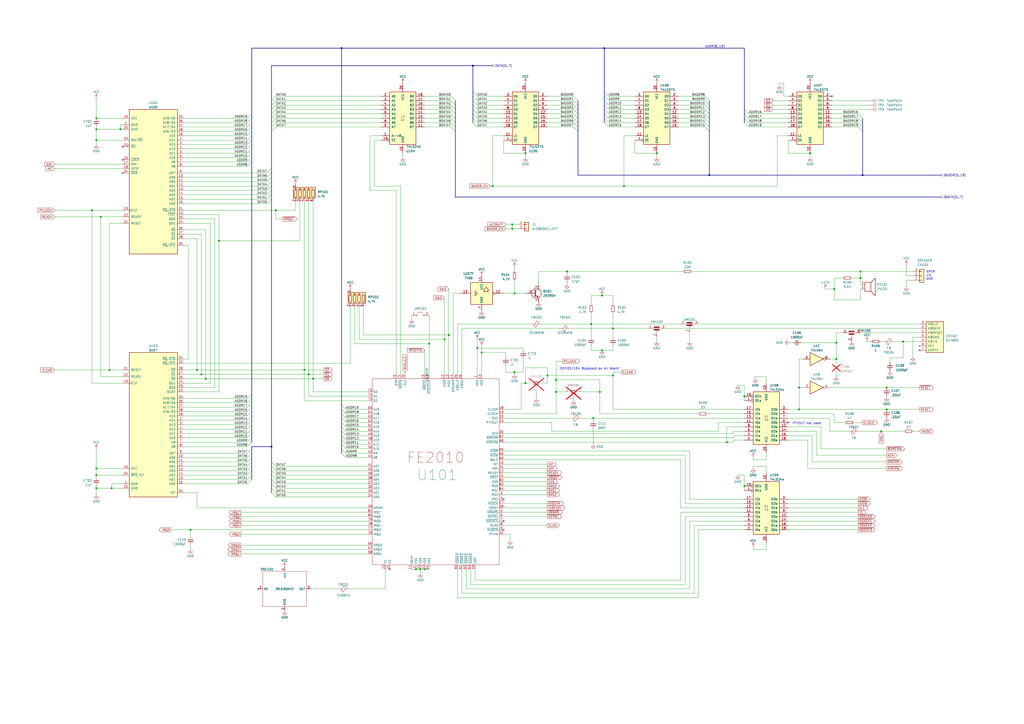
<source format=kicad_sch>
(kicad_sch (version 20231120) (generator "eeschema") (generator_version "8.0")
  (paper "A2")
  (title_block (title "Commodore PC10/CA") (rev "C") (comment 1 "312626") (comment 2 "CPU"))
  (junction (at 55.88 275.59))
  (junction (at 64.77 283.21))
  (junction (at 463.55 224.79))
  (junction (at 322.58 220.345))
  (junction (at 483.87 167.64))
  (junction (at 160.02 121.92))
  (junction (at 279.4 204.47))
  (junction (at 421.64 256.54))
  (junction (at 523.875 198.12))
  (junction (at 355.6 190.5))
  (junction (at 349.25 203.2))
  (junction (at 411.48 101.6))
  (junction (at 55.88 74.93))
  (junction (at 355.6 217.805))
  (junction (at 500.38 101.6))
  (junction (at 55.88 81.28))
  (junction (at 276.86 201.93))
  (junction (at 297.18 132.715))
  (junction (at 127 139.7))
  (junction (at 257.81 196.85))
  (junction (at 317.5 217.805))
  (junction (at 53.34 121.92))
  (junction (at 463.55 237.49))
  (junction (at 243.84 330.2))
  (junction (at 499.11 161.29))
  (junction (at 260.35 194.31))
  (junction (at 110.49 307.34))
  (junction (at 485.14 198.755))
  (junction (at 157.48 259.08))
  (junction (at 328.93 157.48))
  (junction (at 119.38 219.71))
  (junction (at 322.58 227.33))
  (junction (at 55.88 283.21))
  (junction (at 179.07 217.17))
  (junction (at 116.84 217.17))
  (junction (at 514.35 224.79))
  (junction (at 241.3 330.2))
  (junction (at 347.98 227.33))
  (junction (at 304.8 222.25))
  (junction (at 55.88 68.58))
  (junction (at 63.5 214.63))
  (junction (at 246.38 330.2))
  (junction (at 298.45 170.18))
  (junction (at 176.53 214.63))
  (junction (at 431.8 281.94))
  (junction (at 181.61 219.71))
  (junction (at 349.25 171.45))
  (junction (at 114.3 214.63))
  (junction (at 297.18 130.175))
  (junction (at 431.8 229.87))
  (junction (at 274.32 38.1))
  (junction (at 198.12 27.94))
  (junction (at 361.95 107.95))
  (junction (at 469.9 88.9))
  (junction (at 298.45 215.9))
  (junction (at 248.92 199.39))
  (junction (at 381 88.9))
  (junction (at 511.175 250.19))
  (junction (at 485.14 208.28))
  (junction (at 69.85 74.93))
  (junction (at 304.8 88.9))
  (junction (at 285.75 107.95))
  (junction (at 350.52 27.94))
  (junction (at 342.9 187.96))
  (junction (at 344.17 242.57))
  (junction (at 499.11 157.48))
  (junction (at 58.42 125.73))
  (junction (at 55.88 271.78))
  (junction (at 514.35 237.49))
  (no_connect (at 292.1 302.26))
  (no_connect (at 71.12 92.71))
  (no_connect (at 457.2 245.11))
  (no_connect (at 71.12 85.09))
  (no_connect (at 71.12 100.33))
  (no_connect (at 292.1 307.34))
  (no_connect (at 226.06 330.2))
  (no_connect (at 292.1 289.56))
  (no_connect (at 482.6 55.88))
  (no_connect (at 533.4 203.2))
  (bus_entry (at 350.52 71.12) (size 2.54 2.54))
  (bus_entry (at 350.52 60.96) (size 2.54 2.54))
  (bus_entry (at 146.05 265.43) (size -2.54 2.54))
  (bus_entry (at 500.38 76.2) (size -2.54 -2.54))
  (bus_entry (at 146.05 236.22) (size -2.54 2.54))
  (bus_entry (at 335.28 71.12) (size -2.54 -2.54))
  (bus_entry (at 157.48 63.5) (size 2.54 -2.54))
  (bus_entry (at 157.48 283.21) (size 2.54 2.54))
  (bus_entry (at 411.48 66.04) (size -2.54 -2.54))
  (bus_entry (at 146.05 256.54) (size -2.54 2.54))
  (bus_entry (at 157.48 267.97) (size 2.54 2.54))
  (bus_entry (at 157.48 275.59) (size 2.54 2.54))
  (bus_entry (at 198.12 240.03) (size 2.54 2.54))
  (bus_entry (at 146.05 267.97) (size -2.54 2.54))
  (bus_entry (at 335.28 58.42) (size -2.54 -2.54))
  (bus_entry (at 146.05 246.38) (size -2.54 2.54))
  (bus_entry (at 157.48 100.33) (size -2.54 2.54))
  (bus_entry (at 411.48 60.96) (size -2.54 -2.54))
  (bus_entry (at 264.16 60.96) (size -2.54 -2.54))
  (bus_entry (at 146.05 228.6) (size -2.54 2.54))
  (bus_entry (at 431.8 71.12) (size 2.54 2.54))
  (bus_entry (at 146.05 68.58) (size -2.54 2.54))
  (bus_entry (at 157.48 273.05) (size 2.54 2.54))
  (bus_entry (at 157.48 107.95) (size -2.54 2.54))
  (bus_entry (at 157.48 110.49) (size -2.54 2.54))
  (bus_entry (at 500.38 68.58) (size -2.54 -2.54))
  (bus_entry (at 264.16 76.2) (size -2.54 -2.54))
  (bus_entry (at 146.05 251.46) (size -2.54 2.54))
  (bus_entry (at 264.16 73.66) (size -2.54 -2.54))
  (bus_entry (at 146.05 81.28) (size -2.54 2.54))
  (bus_entry (at 274.32 63.5) (size 2.54 2.54))
  (bus_entry (at 198.12 242.57) (size 2.54 2.54))
  (bus_entry (at 157.48 58.42) (size 2.54 -2.54))
  (bus_entry (at 198.12 245.11) (size 2.54 2.54))
  (bus_entry (at 146.05 248.92) (size -2.54 2.54))
  (bus_entry (at 411.48 71.12) (size -2.54 -2.54))
  (bus_entry (at 146.05 83.82) (size -2.54 2.54))
  (bus_entry (at 146.05 241.3) (size -2.54 2.54))
  (bus_entry (at 146.05 254) (size -2.54 2.54))
  (bus_entry (at 157.48 102.87) (size -2.54 2.54))
  (bus_entry (at 264.16 66.04) (size -2.54 -2.54))
  (bus_entry (at 146.05 93.98) (size -2.54 2.54))
  (bus_entry (at 157.48 68.58) (size 2.54 -2.54))
  (bus_entry (at 335.28 68.58) (size -2.54 -2.54))
  (bus_entry (at 146.05 278.13) (size -2.54 2.54))
  (bus_entry (at 264.16 71.12) (size -2.54 -2.54))
  (bus_entry (at 146.05 262.89) (size -2.54 2.54))
  (bus_entry (at 274.32 60.96) (size 2.54 2.54))
  (bus_entry (at 146.05 76.2) (size -2.54 2.54))
  (bus_entry (at 146.05 78.74) (size -2.54 2.54))
  (bus_entry (at 157.48 270.51) (size 2.54 2.54))
  (bus_entry (at 274.32 66.04) (size 2.54 2.54))
  (bus_entry (at 198.12 252.73) (size 2.54 2.54))
  (bus_entry (at 146.05 231.14) (size -2.54 2.54))
  (bus_entry (at 198.12 257.81) (size 2.54 2.54))
  (bus_entry (at 264.16 63.5) (size -2.54 -2.54))
  (bus_entry (at 146.05 66.04) (size -2.54 2.54))
  (bus_entry (at 198.12 237.49) (size 2.54 2.54))
  (bus_entry (at 335.28 63.5) (size -2.54 -2.54))
  (bus_entry (at 146.05 91.44) (size -2.54 2.54))
  (bus_entry (at 157.48 76.2) (size 2.54 -2.54))
  (bus_entry (at 264.16 68.58) (size -2.54 -2.54))
  (bus_entry (at 350.52 68.58) (size 2.54 2.54))
  (bus_entry (at 335.28 60.96) (size -2.54 -2.54))
  (bus_entry (at 146.05 88.9) (size -2.54 2.54))
  (bus_entry (at 157.48 97.79) (size -2.54 2.54))
  (bus_entry (at 274.32 55.88) (size 2.54 2.54))
  (bus_entry (at 335.28 76.2) (size -2.54 -2.54))
  (bus_entry (at 431.8 66.04) (size 2.54 2.54))
  (bus_entry (at 157.48 278.13) (size 2.54 2.54))
  (bus_entry (at 198.12 250.19) (size 2.54 2.54))
  (bus_entry (at 157.48 71.12) (size 2.54 -2.54))
  (bus_entry (at 500.38 73.66) (size -2.54 -2.54))
  (bus_entry (at 431.8 63.5) (size 2.54 2.54))
  (bus_entry (at 146.05 233.68) (size -2.54 2.54))
  (bus_entry (at 411.48 63.5) (size -2.54 -2.54))
  (bus_entry (at 431.8 68.58) (size 2.54 2.54))
  (bus_entry (at 264.16 58.42) (size -2.54 -2.54))
  (bus_entry (at 146.05 238.76) (size -2.54 2.54))
  (bus_entry (at 411.48 68.58) (size -2.54 -2.54))
  (bus_entry (at 350.52 53.34) (size 2.54 2.54))
  (bus_entry (at 146.05 71.12) (size -2.54 2.54))
  (bus_entry (at 146.05 273.05) (size -2.54 2.54))
  (bus_entry (at 157.48 285.75) (size 2.54 2.54))
  (bus_entry (at 411.48 58.42) (size -2.54 -2.54))
  (bus_entry (at 411.48 73.66) (size -2.54 -2.54))
  (bus_entry (at 274.32 53.34) (size 2.54 2.54))
  (bus_entry (at 198.12 234.95) (size 2.54 2.54))
  (bus_entry (at 157.48 105.41) (size -2.54 2.54))
  (bus_entry (at 157.48 280.67) (size 2.54 2.54))
  (bus_entry (at 157.48 60.96) (size 2.54 -2.54))
  (bus_entry (at 198.12 262.89) (size 2.54 2.54))
  (bus_entry (at 350.52 58.42) (size 2.54 2.54))
  (bus_entry (at 157.48 66.04) (size 2.54 -2.54))
  (bus_entry (at 350.52 63.5) (size 2.54 2.54))
  (bus_entry (at 146.05 86.36) (size -2.54 2.54))
  (bus_entry (at 146.05 73.66) (size -2.54 2.54))
  (bus_entry (at 146.05 243.84) (size -2.54 2.54))
  (bus_entry (at 335.28 73.66) (size -2.54 -2.54))
  (bus_entry (at 274.32 58.42) (size 2.54 2.54))
  (bus_entry (at 146.05 270.51) (size -2.54 2.54))
  (bus_entry (at 198.12 247.65) (size 2.54 2.54))
  (bus_entry (at 198.12 260.35) (size 2.54 2.54))
  (bus_entry (at 157.48 115.57) (size -2.54 2.54))
  (bus_entry (at 157.48 73.66) (size 2.54 -2.54))
  (bus_entry (at 411.48 76.2) (size -2.54 -2.54))
  (bus_entry (at 146.05 260.35) (size -2.54 2.54))
  (bus_entry (at 500.38 71.12) (size -2.54 -2.54))
  (bus_entry (at 146.05 275.59) (size -2.54 2.54))
  (bus_entry (at 274.32 68.58) (size 2.54 2.54))
  (bus_entry (at 274.32 71.12) (size 2.54 2.54))
  (bus_entry (at 157.48 113.03) (size -2.54 2.54))
  (bus_entry (at 350.52 55.88) (size 2.54 2.54))
  (bus_entry (at 350.52 66.04) (size 2.54 2.54))
  (bus_entry (at 335.28 66.04) (size -2.54 -2.54))
  (bus_entry (at 198.12 255.27) (size 2.54 2.54))
  (wire (pts (xy 217.17 107.95) (xy 232.41 107.95)))
  (wire (pts (xy 292.1 251.46) (xy 425.45 251.46)))
  (bus (pts (xy 146.05 275.59) (xy 146.05 273.05)))
  (wire (pts (xy 425.45 256.54) (xy 425.45 255.27)))
  (bus (pts (xy 264.16 66.04) (xy 264.16 68.58)))
  (wire (pts (xy 436.88 271.78) (xy 436.88 270.51)))
  (wire (pts (xy 393.7 63.5) (xy 408.94 63.5)))
  (wire (pts (xy 485.14 193.04) (xy 485.14 198.755)))
  (wire (pts (xy 110.49 307.34) (xy 213.36 307.34)))
  (wire (pts (xy 246.38 60.96) (xy 261.62 60.96)))
  (wire (pts (xy 246.38 330.2) (xy 248.92 330.2)))
  (wire (pts (xy 276.86 68.58) (xy 292.1 68.58)))
  (wire (pts (xy 181.61 219.71) (xy 181.61 227.33)))
  (bus (pts (xy 146.05 265.43) (xy 146.05 262.89)))
  (wire (pts (xy 482.6 68.58) (xy 497.84 68.58)))
  (wire (pts (xy 143.51 88.9) (xy 106.68 88.9)))
  (wire (pts (xy 181.61 219.71) (xy 187.96 219.71)))
  (wire (pts (xy 457.2 247.65) (xy 476.25 247.65)))
  (wire (pts (xy 436.88 270.51) (xy 444.5 270.51)))
  (wire (pts (xy 293.37 204.47) (xy 279.4 204.47)))
  (wire (pts (xy 464.82 198.755) (xy 485.14 198.755)))
  (wire (pts (xy 394.97 336.55) (xy 394.97 297.18)))
  (wire (pts (xy 55.88 81.28) (xy 55.88 74.93)))
  (bus (pts (xy 146.05 256.54) (xy 146.05 254)))
  (wire (pts (xy 257.81 172.72) (xy 257.81 196.85)))
  (wire (pts (xy 344.17 248.92) (xy 344.17 257.81)))
  (wire (pts (xy 322.58 240.03) (xy 322.58 227.33)))
  (wire (pts (xy 355.6 215.9) (xy 360.68 215.9)))
  (wire (pts (xy 179.07 217.17) (xy 179.07 229.87)))
  (bus (pts (xy 431.8 66.04) (xy 431.8 63.5)))
  (bus (pts (xy 157.48 115.57) (xy 157.48 113.03)))
  (bus (pts (xy 274.32 60.96) (xy 274.32 58.42)))
  (bus (pts (xy 198.12 260.35) (xy 198.12 257.81)))
  (wire (pts (xy 416.56 250.19) (xy 416.56 245.11)))
  (bus (pts (xy 274.32 55.88) (xy 274.32 53.34)))
  (wire (pts (xy 402.59 344.17) (xy 402.59 304.8)))
  (wire (pts (xy 355.6 190.5) (xy 355.6 195.58)))
  (wire (pts (xy 448.31 60.96) (xy 457.2 60.96)))
  (wire (pts (xy 336.55 242.57) (xy 344.17 242.57)))
  (wire (pts (xy 55.88 57.15) (xy 55.88 68.58)))
  (wire (pts (xy 160.02 55.88) (xy 220.98 55.88)))
  (wire (pts (xy 292.1 269.24) (xy 317.5 269.24)))
  (wire (pts (xy 497.84 250.19) (xy 511.175 250.19)))
  (wire (pts (xy 55.88 283.21) (xy 55.88 287.02)))
  (wire (pts (xy 425.45 250.19) (xy 431.8 250.19)))
  (wire (pts (xy 302.26 222.25) (xy 304.8 222.25)))
  (wire (pts (xy 106.68 138.43) (xy 114.3 138.43)))
  (wire (pts (xy 64.77 280.67) (xy 64.77 283.21)))
  (wire (pts (xy 53.34 121.92) (xy 53.34 222.25)))
  (wire (pts (xy 457.2 252.73) (xy 471.17 252.73)))
  (wire (pts (xy 292.1 276.86) (xy 317.5 276.86)))
  (wire (pts (xy 457.2 294.64) (xy 497.84 294.64)))
  (wire (pts (xy 31.75 97.79) (xy 71.12 97.79)))
  (wire (pts (xy 355.6 181.61) (xy 355.6 190.5)))
  (wire (pts (xy 276.86 60.96) (xy 292.1 60.96)))
  (bus (pts (xy 198.12 255.27) (xy 198.12 252.73)))
  (wire (pts (xy 499.11 167.64) (xy 499.11 173.99)))
  (wire (pts (xy 444.5 318.77) (xy 444.5 314.96)))
  (wire (pts (xy 431.8 247.65) (xy 421.64 247.65)))
  (wire (pts (xy 293.37 130.175) (xy 297.18 130.175)))
  (wire (pts (xy 425.45 254) (xy 425.45 252.73)))
  (wire (pts (xy 298.45 162.56) (xy 298.45 170.18)))
  (bus (pts (xy 264.16 63.5) (xy 264.16 66.04)))
  (wire (pts (xy 99.06 307.34) (xy 110.49 307.34)))
  (wire (pts (xy 499.11 157.48) (xy 529.59 157.48)))
  (wire (pts (xy 114.3 214.63) (xy 176.53 214.63)))
  (wire (pts (xy 295.91 309.88) (xy 292.1 309.88)))
  (wire (pts (xy 469.9 91.44) (xy 469.9 88.9)))
  (wire (pts (xy 317.5 60.96) (xy 332.74 60.96)))
  (wire (pts (xy 106.68 210.82) (xy 203.2 210.82)))
  (wire (pts (xy 292.1 264.16) (xy 397.51 264.16)))
  (wire (pts (xy 298.45 170.18) (xy 304.8 170.18)))
  (bus (pts (xy 350.52 63.5) (xy 350.52 60.96)))
  (wire (pts (xy 292.1 261.62) (xy 400.05 261.62)))
  (wire (pts (xy 200.66 242.57) (xy 213.36 242.57)))
  (wire (pts (xy 344.17 243.84) (xy 344.17 242.57)))
  (bus (pts (xy 198.12 250.19) (xy 198.12 247.65)))
  (bus (pts (xy 146.05 278.13) (xy 146.05 275.59)))
  (wire (pts (xy 499.11 157.48) (xy 499.11 161.29)))
  (wire (pts (xy 143.51 248.92) (xy 106.68 248.92)))
  (wire (pts (xy 200.66 250.19) (xy 213.36 250.19)))
  (wire (pts (xy 468.63 255.27) (xy 468.63 271.78)))
  (bus (pts (xy 335.28 58.42) (xy 335.28 60.96)))
  (wire (pts (xy 317.5 71.12) (xy 332.74 71.12)))
  (wire (pts (xy 298.45 215.9) (xy 303.53 215.9)))
  (bus (pts (xy 198.12 240.03) (xy 198.12 237.49)))
  (wire (pts (xy 434.34 68.58) (xy 457.2 68.58)))
  (bus (pts (xy 157.48 102.87) (xy 157.48 100.33)))
  (wire (pts (xy 511.175 250.19) (xy 524.51 250.19)))
  (wire (pts (xy 448.31 63.5) (xy 457.2 63.5)))
  (wire (pts (xy 160.02 270.51) (xy 213.36 270.51)))
  (wire (pts (xy 471.17 267.97) (xy 514.35 267.97)))
  (wire (pts (xy 292.1 170.18) (xy 298.45 170.18)))
  (wire (pts (xy 265.43 330.2) (xy 265.43 346.71)))
  (bus (pts (xy 198.12 245.11) (xy 198.12 247.65)))
  (wire (pts (xy 119.38 133.35) (xy 119.38 219.71)))
  (wire (pts (xy 200.66 257.81) (xy 213.36 257.81)))
  (wire (pts (xy 355.6 217.805) (xy 355.6 215.9)))
  (wire (pts (xy 233.68 91.44) (xy 233.68 88.9)))
  (bus (pts (xy 350.52 27.94) (xy 198.12 27.94)))
  (wire (pts (xy 292.1 304.8) (xy 317.5 304.8)))
  (wire (pts (xy 312.42 165.1) (xy 312.42 157.48)))
  (bus (pts (xy 264.16 76.2) (xy 264.16 114.3)))
  (bus (pts (xy 500.38 101.6) (xy 546.1 101.6)))
  (wire (pts (xy 330.2 190.5) (xy 355.6 190.5)))
  (wire (pts (xy 143.51 243.84) (xy 106.68 243.84)))
  (bus (pts (xy 350.52 68.58) (xy 350.52 66.04)))
  (bus (pts (xy 274.32 66.04) (xy 274.32 63.5)))
  (bus (pts (xy 157.48 66.04) (xy 157.48 68.58)))
  (bus (pts (xy 264.16 73.66) (xy 264.16 76.2)))
  (wire (pts (xy 397.51 264.16) (xy 397.51 292.1)))
  (wire (pts (xy 463.55 237.49) (xy 514.35 237.49)))
  (wire (pts (xy 511.175 250.825) (xy 511.175 250.19)))
  (wire (pts (xy 143.51 265.43) (xy 106.68 265.43)))
  (bus (pts (xy 264.16 68.58) (xy 264.16 71.12)))
  (wire (pts (xy 55.88 275.59) (xy 55.88 271.78)))
  (wire (pts (xy 302.26 237.49) (xy 302.26 222.25)))
  (wire (pts (xy 463.55 208.28) (xy 466.09 208.28)))
  (bus (pts (xy 146.05 246.38) (xy 146.05 243.84)))
  (wire (pts (xy 55.88 281.94) (xy 55.88 283.21)))
  (wire (pts (xy 124.46 127) (xy 124.46 224.79)))
  (wire (pts (xy 176.53 116.84) (xy 176.53 214.63)))
  (wire (pts (xy 328.93 158.75) (xy 328.93 157.48)))
  (wire (pts (xy 143.51 254) (xy 106.68 254)))
  (wire (pts (xy 322.58 209.55) (xy 326.39 209.55)))
  (wire (pts (xy 292.1 274.32) (xy 317.5 274.32)))
  (wire (pts (xy 317.5 55.88) (xy 332.74 55.88)))
  (bus (pts (xy 146.05 231.14) (xy 146.05 228.6)))
  (bus (pts (xy 146.05 83.82) (xy 146.05 81.28)))
  (wire (pts (xy 160.02 66.04) (xy 220.98 66.04)))
  (wire (pts (xy 213.36 232.41) (xy 176.53 232.41)))
  (wire (pts (xy 154.94 102.87) (xy 106.68 102.87)))
  (bus (pts (xy 431.8 68.58) (xy 431.8 66.04)))
  (wire (pts (xy 276.86 73.66) (xy 292.1 73.66)))
  (wire (pts (xy 205.74 177.8) (xy 205.74 199.39)))
  (wire (pts (xy 292.1 245.11) (xy 320.04 245.11)))
  (wire (pts (xy 410.21 240.03) (xy 431.8 240.03)))
  (wire (pts (xy 143.51 251.46) (xy 106.68 251.46)))
  (bus (pts (xy 350.52 55.88) (xy 350.52 53.34)))
  (wire (pts (xy 353.06 68.58) (xy 368.3 68.58)))
  (wire (pts (xy 119.38 219.71) (xy 106.68 219.71)))
  (bus (pts (xy 146.05 270.51) (xy 146.05 267.97)))
  (wire (pts (xy 297.18 130.175) (xy 300.355 130.175)))
  (wire (pts (xy 292.1 297.18) (xy 317.5 297.18)))
  (wire (pts (xy 106.68 142.24) (xy 109.22 142.24)))
  (wire (pts (xy 482.6 66.04) (xy 497.84 66.04)))
  (wire (pts (xy 401.32 157.48) (xy 499.11 157.48)))
  (bus (pts (xy 350.52 71.12) (xy 350.52 68.58)))
  (wire (pts (xy 63.5 214.63) (xy 71.12 214.63)))
  (bus (pts (xy 411.48 71.12) (xy 411.48 73.66)))
  (wire (pts (xy 110.49 318.77) (xy 110.49 316.23)))
  (bus (pts (xy 500.38 68.58) (xy 500.38 71.12)))
  (wire (pts (xy 143.51 236.22) (xy 106.68 236.22)))
  (bus (pts (xy 198.12 27.94) (xy 146.05 27.94)))
  (bus (pts (xy 146.05 238.76) (xy 146.05 241.3)))
  (wire (pts (xy 200.66 255.27) (xy 213.36 255.27)))
  (wire (pts (xy 317.5 213.36) (xy 317.5 217.805)))
  (bus (pts (xy 431.8 27.94) (xy 350.52 27.94)))
  (wire (pts (xy 405.13 307.34) (xy 431.8 307.34)))
  (wire (pts (xy 485.14 198.755) (xy 485.14 208.28)))
  (wire (pts (xy 322.58 227.33) (xy 322.58 220.345)))
  (wire (pts (xy 176.53 214.63) (xy 187.96 214.63)))
  (wire (pts (xy 114.3 294.64) (xy 213.36 294.64)))
  (wire (pts (xy 349.25 203.2) (xy 342.9 203.2)))
  (wire (pts (xy 488.95 193.04) (xy 485.14 193.04)))
  (wire (pts (xy 71.12 275.59) (xy 55.88 275.59)))
  (bus (pts (xy 146.05 88.9) (xy 146.05 86.36)))
  (wire (pts (xy 499.11 161.29) (xy 499.11 165.1)))
  (wire (pts (xy 393.7 68.58) (xy 408.94 68.58)))
  (wire (pts (xy 516.255 210.185) (xy 516.255 207.645)))
  (wire (pts (xy 400.05 302.26) (xy 431.8 302.26)))
  (wire (pts (xy 71.12 218.44) (xy 58.42 218.44)))
  (wire (pts (xy 71.12 283.21) (xy 64.77 283.21)))
  (wire (pts (xy 139.7 321.31) (xy 213.36 321.31)))
  (wire (pts (xy 381 91.44) (xy 381 88.9)))
  (wire (pts (xy 303.53 215.9) (xy 303.53 208.28)))
  (bus (pts (xy 146.05 254) (xy 146.05 251.46)))
  (wire (pts (xy 143.51 262.89) (xy 106.68 262.89)))
  (wire (pts (xy 425.45 251.46) (xy 425.45 250.19)))
  (wire (pts (xy 143.51 78.74) (xy 106.68 78.74)))
  (wire (pts (xy 471.17 252.73) (xy 471.17 267.97)))
  (wire (pts (xy 457.2 292.1) (xy 497.84 292.1)))
  (wire (pts (xy 160.02 127) (xy 163.83 127)))
  (wire (pts (xy 143.51 270.51) (xy 106.68 270.51)))
  (wire (pts (xy 292.1 279.4) (xy 317.5 279.4)))
  (wire (pts (xy 292.1 78.74) (xy 285.75 78.74)))
  (bus (pts (xy 274.32 38.1) (xy 157.48 38.1)))
  (wire (pts (xy 179.07 217.17) (xy 187.96 217.17)))
  (wire (pts (xy 328.93 157.48) (xy 396.24 157.48)))
  (wire (pts (xy 267.97 344.17) (xy 402.59 344.17)))
  (wire (pts (xy 160.02 275.59) (xy 213.36 275.59)))
  (bus (pts (xy 198.12 257.81) (xy 198.12 255.27)))
  (wire (pts (xy 106.68 127) (xy 124.46 127)))
  (wire (pts (xy 160.02 278.13) (xy 213.36 278.13)))
  (wire (pts (xy 55.88 74.93) (xy 69.85 74.93)))
  (bus (pts (xy 157.48 38.1) (xy 157.48 58.42)))
  (wire (pts (xy 121.92 222.25) (xy 106.68 222.25)))
  (wire (pts (xy 154.94 100.33) (xy 106.68 100.33)))
  (wire (pts (xy 492.76 250.19) (xy 481.33 250.19)))
  (wire (pts (xy 304.8 222.25) (xy 304.8 213.36)))
  (wire (pts (xy 276.86 66.04) (xy 292.1 66.04)))
  (wire (pts (xy 457.2 299.72) (xy 497.84 299.72)))
  (wire (pts (xy 494.03 161.29) (xy 499.11 161.29)))
  (wire (pts (xy 427.99 275.59) (xy 431.8 275.59)))
  (wire (pts (xy 114.3 214.63) (xy 106.68 214.63)))
  (wire (pts (xy 293.37 132.715) (xy 297.18 132.715)))
  (wire (pts (xy 276.86 201.93) (xy 276.86 217.17)))
  (wire (pts (xy 421.64 247.65) (xy 421.64 256.54)))
  (wire (pts (xy 71.12 81.28) (xy 55.88 81.28)))
  (wire (pts (xy 171.45 116.84) (xy 171.45 121.92)))
  (wire (pts (xy 200.66 262.89) (xy 213.36 262.89)))
  (wire (pts (xy 275.59 330.2) (xy 275.59 336.55)))
  (wire (pts (xy 143.51 246.38) (xy 106.68 246.38)))
  (wire (pts (xy 483.87 240.03) (xy 483.87 245.11)))
  (wire (pts (xy 267.97 217.17) (xy 267.97 190.5)))
  (wire (pts (xy 276.86 71.12) (xy 292.1 71.12)))
  (wire (pts (xy 355.6 217.805) (xy 355.6 237.49)))
  (wire (pts (xy 454.66 48.26) (xy 452.12 48.26)))
  (wire (pts (xy 457.2 304.8) (xy 497.84 304.8)))
  (wire (pts (xy 71.12 271.78) (xy 55.88 271.78)))
  (wire (pts (xy 303.53 201.93) (xy 303.53 203.2)))
  (wire (pts (xy 514.35 224.79) (xy 533.4 224.79)))
  (wire (pts (xy 342.9 176.53) (xy 342.9 171.45)))
  (wire (pts (xy 393.7 55.88) (xy 408.94 55.88)))
  (bus (pts (xy 411.48 63.5) (xy 411.48 66.04)))
  (wire (pts (xy 55.88 260.35) (xy 55.88 271.78)))
  (wire (pts (xy 316.23 222.25) (xy 317.5 222.25)))
  (wire (pts (xy 229.87 110.49) (xy 229.87 217.17)))
  (wire (pts (xy 436.88 317.5) (xy 436.88 318.77)))
  (bus (pts (xy 146.05 27.94) (xy 146.05 66.04)))
  (wire (pts (xy 353.06 63.5) (xy 368.3 63.5)))
  (wire (pts (xy 64.77 283.21) (xy 55.88 283.21)))
  (wire (pts (xy 499.11 193.04) (xy 533.4 193.04)))
  (bus (pts (xy 350.52 53.34) (xy 350.52 27.94)))
  (wire (pts (xy 355.6 237.49) (xy 431.8 237.49)))
  (wire (pts (xy 292.1 81.28) (xy 292.1 88.9)))
  (wire (pts (xy 434.34 71.12) (xy 457.2 71.12)))
  (wire (pts (xy 143.51 233.68) (xy 106.68 233.68)))
  (wire (pts (xy 143.51 241.3) (xy 106.68 241.3)))
  (wire (pts (xy 106.68 129.54) (xy 121.92 129.54)))
  (wire (pts (xy 248.92 199.39) (xy 248.92 217.17)))
  (wire (pts (xy 58.42 125.73) (xy 58.42 218.44)))
  (wire (pts (xy 292.1 237.49) (xy 302.26 237.49)))
  (wire (pts (xy 353.06 71.12) (xy 368.3 71.12)))
  (wire (pts (xy 468.63 271.78) (xy 514.35 271.78)))
  (bus (pts (xy 146.05 260.35) (xy 146.05 259.08)))
  (wire (pts (xy 381 198.12) (xy 381 195.58)))
  (wire (pts (xy 179.07 116.84) (xy 179.07 217.17)))
  (wire (pts (xy 298.45 217.17) (xy 298.45 215.9)))
  (bus (pts (xy 157.48 105.41) (xy 157.48 102.87)))
  (wire (pts (xy 55.88 73.66) (xy 55.88 74.93)))
  (wire (pts (xy 106.68 285.75) (xy 114.3 285.75)))
  (wire (pts (xy 292.1 284.48) (xy 317.5 284.48)))
  (wire (pts (xy 421.64 256.54) (xy 425.45 256.54)))
  (wire (pts (xy 510.54 198.12) (xy 513.08 198.12)))
  (bus (pts (xy 146.05 71.12) (xy 146.05 68.58)))
  (wire (pts (xy 353.06 66.04) (xy 368.3 66.04)))
  (bus (pts (xy 274.32 71.12) (xy 274.32 68.58)))
  (bus (pts (xy 157.48 76.2) (xy 157.48 97.79)))
  (wire (pts (xy 232.41 107.95) (xy 232.41 217.17)))
  (wire (pts (xy 311.15 231.14) (xy 311.15 227.33)))
  (wire (pts (xy 481.33 208.28) (xy 485.14 208.28)))
  (wire (pts (xy 502.92 198.12) (xy 505.46 198.12)))
  (wire (pts (xy 525.78 153.67) (xy 525.78 160.02)))
  (wire (pts (xy 483.87 245.11) (xy 490.22 245.11)))
  (wire (pts (xy 457.2 81.28) (xy 457.2 88.9)))
  (wire (pts (xy 457.2 78.74) (xy 450.85 78.74)))
  (wire (pts (xy 317.5 217.805) (xy 355.6 217.805)))
  (wire (pts (xy 355.6 203.2) (xy 349.25 203.2)))
  (wire (pts (xy 127 124.46) (xy 127 139.7)))
  (wire (pts (xy 246.38 73.66) (xy 261.62 73.66)))
  (wire (pts (xy 265.43 346.71) (xy 405.13 346.71)))
  (bus (pts (xy 335.28 101.6) (xy 411.48 101.6)))
  (wire (pts (xy 210.82 194.31) (xy 260.35 194.31)))
  (wire (pts (xy 431.8 232.41) (xy 431.8 229.87)))
  (wire (pts (xy 400.05 198.12) (xy 400.05 193.04)))
  (wire (pts (xy 276.86 55.88) (xy 292.1 55.88)))
  (bus (pts (xy 500.38 71.12) (xy 500.38 73.66)))
  (wire (pts (xy 473.71 250.19) (xy 473.71 264.16)))
  (wire (pts (xy 293.37 215.9) (xy 298.45 215.9)))
  (wire (pts (xy 246.38 66.04) (xy 261.62 66.04)))
  (bus (pts (xy 157.48 267.97) (xy 157.48 270.51)))
  (bus (pts (xy 146.05 73.66) (xy 146.05 71.12)))
  (wire (pts (xy 119.38 219.71) (xy 181.61 219.71)))
  (bus (pts (xy 274.32 38.1) (xy 285.75 38.1)))
  (wire (pts (xy 457.2 289.56) (xy 497.84 289.56)))
  (wire (pts (xy 425.45 252.73) (xy 431.8 252.73)))
  (bus (pts (xy 157.48 113.03) (xy 157.48 110.49)))
  (wire (pts (xy 495.3 245.11) (xy 500.38 245.11)))
  (wire (pts (xy 200.66 247.65) (xy 213.36 247.65)))
  (wire (pts (xy 200.66 260.35) (xy 213.36 260.35)))
  (wire (pts (xy 483.87 161.29) (xy 488.95 161.29)))
  (wire (pts (xy 257.81 196.85) (xy 208.28 196.85)))
  (wire (pts (xy 243.84 330.2) (xy 246.38 330.2)))
  (wire (pts (xy 327.66 227.33) (xy 322.58 227.33)))
  (wire (pts (xy 154.94 113.03) (xy 106.68 113.03)))
  (wire (pts (xy 220.98 78.74) (xy 214.63 78.74)))
  (wire (pts (xy 514.35 237.49) (xy 533.4 237.49)))
  (bus (pts (xy 198.12 252.73) (xy 198.12 250.19)))
  (wire (pts (xy 317.5 63.5) (xy 332.74 63.5)))
  (wire (pts (xy 273.05 339.09) (xy 397.51 339.09)))
  (wire (pts (xy 295.91 313.69) (xy 295.91 309.88)))
  (wire (pts (xy 217.17 81.28) (xy 217.17 107.95)))
  (wire (pts (xy 139.7 316.23) (xy 213.36 316.23)))
  (wire (pts (xy 53.34 121.92) (xy 71.12 121.92)))
  (wire (pts (xy 223.52 330.2) (xy 223.52 341.63)))
  (bus (pts (xy 146.05 68.58) (xy 146.05 66.04)))
  (bus (pts (xy 146.05 73.66) (xy 146.05 76.2)))
  (wire (pts (xy 457.2 302.26) (xy 497.84 302.26)))
  (wire (pts (xy 200.66 245.11) (xy 213.36 245.11)))
  (bus (pts (xy 146.05 91.44) (xy 146.05 88.9)))
  (wire (pts (xy 160.02 283.21) (xy 213.36 283.21)))
  (wire (pts (xy 160.02 121.92) (xy 106.68 121.92)))
  (wire (pts (xy 457.2 307.34) (xy 497.84 307.34)))
  (wire (pts (xy 400.05 289.56) (xy 431.8 289.56)))
  (bus (pts (xy 198.12 237.49) (xy 198.12 234.95)))
  (bus (pts (xy 431.8 71.12) (xy 431.8 68.58)))
  (bus (pts (xy 157.48 115.57) (xy 157.48 259.08)))
  (wire (pts (xy 322.58 220.345) (xy 347.98 220.345)))
  (wire (pts (xy 267.97 190.5) (xy 325.12 190.5)))
  (wire (pts (xy 284.48 107.95) (xy 285.75 107.95)))
  (bus (pts (xy 157.48 58.42) (xy 157.48 60.96)))
  (wire (pts (xy 201.93 341.63) (xy 223.52 341.63)))
  (wire (pts (xy 481.33 242.57) (xy 457.2 242.57)))
  (bus (pts (xy 157.48 278.13) (xy 157.48 280.67)))
  (wire (pts (xy 529.59 160.02) (xy 525.78 160.02)))
  (wire (pts (xy 200.66 237.49) (xy 213.36 237.49)))
  (wire (pts (xy 160.02 288.29) (xy 213.36 288.29)))
  (bus (pts (xy 198.12 262.89) (xy 198.12 260.35)))
  (bus (pts (xy 146.05 243.84) (xy 146.05 241.3)))
  (wire (pts (xy 143.51 238.76) (xy 106.68 238.76)))
  (wire (pts (xy 304.8 222.25) (xy 306.07 222.25)))
  (wire (pts (xy 246.38 55.88) (xy 261.62 55.88)))
  (wire (pts (xy 394.97 294.64) (xy 431.8 294.64)))
  (bus (pts (xy 157.48 259.08) (xy 157.48 267.97)))
  (wire (pts (xy 71.12 129.54) (xy 63.5 129.54)))
  (wire (pts (xy 127 227.33) (xy 106.68 227.33)))
  (wire (pts (xy 246.38 68.58) (xy 261.62 68.58)))
  (bus (pts (xy 157.48 283.21) (xy 157.48 285.75)))
  (wire (pts (xy 292.1 299.72) (xy 317.5 299.72)))
  (wire (pts (xy 246.38 63.5) (xy 261.62 63.5)))
  (wire (pts (xy 342.9 203.2) (xy 342.9 200.66)))
  (wire (pts (xy 292.1 287.02) (xy 317.5 287.02)))
  (wire (pts (xy 160.02 71.12) (xy 220.98 71.12)))
  (wire (pts (xy 436.88 265.43) (xy 436.88 266.7)))
  (wire (pts (xy 444.5 218.44) (xy 444.5 222.25)))
  (wire (pts (xy 246.38 71.12) (xy 261.62 71.12)))
  (wire (pts (xy 31.75 214.63) (xy 63.5 214.63)))
  (wire (pts (xy 266.7 170.18) (xy 262.89 170.18)))
  (wire (pts (xy 31.75 121.92) (xy 53.34 121.92)))
  (wire (pts (xy 241.3 330.2) (xy 243.84 330.2)))
  (wire (pts (xy 353.06 73.66) (xy 368.3 73.66)))
  (wire (pts (xy 143.51 280.67) (xy 106.68 280.67)))
  (wire (pts (xy 243.84 332.74) (xy 243.84 330.2)))
  (wire (pts (xy 481.33 250.19) (xy 481.33 242.57)))
  (wire (pts (xy 116.84 217.17) (xy 106.68 217.17)))
  (wire (pts (xy 304.8 91.44) (xy 304.8 88.9)))
  (wire (pts (xy 139.7 309.88) (xy 213.36 309.88)))
  (wire (pts (xy 106.68 135.89) (xy 116.84 135.89)))
  (wire (pts (xy 483.87 173.99) (xy 499.11 173.99)))
  (wire (pts (xy 214.63 110.49) (xy 229.87 110.49)))
  (bus (pts (xy 157.48 71.12) (xy 157.48 73.66)))
  (wire (pts (xy 292.1 266.7) (xy 394.97 266.7)))
  (wire (pts (xy 55.88 275.59) (xy 55.88 276.86)))
  (wire (pts (xy 53.34 222.25) (xy 71.12 222.25)))
  (bus (pts (xy 264.16 58.42) (xy 264.16 60.96)))
  (bus (pts (xy 274.32 68.58) (xy 274.32 66.04)))
  (wire (pts (xy 276.86 63.5) (xy 292.1 63.5)))
  (bus (pts (xy 146.05 93.98) (xy 146.05 91.44)))
  (wire (pts (xy 213.36 229.87) (xy 179.07 229.87)))
  (wire (pts (xy 139.7 302.26) (xy 213.36 302.26)))
  (wire (pts (xy 160.02 73.66) (xy 220.98 73.66)))
  (wire (pts (xy 386.08 190.5) (xy 533.4 190.5)))
  (bus (pts (xy 146.05 233.68) (xy 146.05 231.14)))
  (wire (pts (xy 160.02 285.75) (xy 213.36 285.75)))
  (wire (pts (xy 276.86 201.93) (xy 303.53 201.93)))
  (wire (pts (xy 368.3 88.9) (xy 381 88.9)))
  (wire (pts (xy 109.22 208.28) (xy 106.68 208.28)))
  (wire (pts (xy 143.51 86.36) (xy 106.68 86.36)))
  (wire (pts (xy 457.2 240.03) (xy 483.87 240.03)))
  (wire (pts (xy 109.22 142.24) (xy 109.22 208.28)))
  (wire (pts (xy 393.7 71.12) (xy 408.94 71.12)))
  (wire (pts (xy 270.51 341.63) (xy 400.05 341.63)))
  (wire (pts (xy 361.95 78.74) (xy 361.95 107.95)))
  (wire (pts (xy 444.5 270.51) (xy 444.5 274.32)))
  (bus (pts (xy 264.16 114.3) (xy 546.1 114.3)))
  (bus (pts (xy 146.05 93.98) (xy 146.05 228.6)))
  (wire (pts (xy 483.87 173.99) (xy 483.87 167.64)))
  (wire (pts (xy 416.56 245.11) (xy 431.8 245.11)))
  (wire (pts (xy 485.14 208.28) (xy 485.14 210.82)))
  (wire (pts (xy 353.06 58.42) (xy 368.3 58.42)))
  (wire (pts (xy 393.7 58.42) (xy 408.94 58.42)))
  (wire (pts (xy 292.1 292.1) (xy 317.5 292.1)))
  (wire (pts (xy 483.87 167.64) (xy 483.87 161.29)))
  (bus (pts (xy 157.48 100.33) (xy 157.48 97.79)))
  (bus (pts (xy 146.05 259.08) (xy 157.48 259.08)))
  (wire (pts (xy 262.89 170.18) (xy 262.89 217.17)))
  (wire (pts (xy 238.76 330.2) (xy 241.3 330.2)))
  (wire (pts (xy 400.05 261.62) (xy 400.05 289.56)))
  (wire (pts (xy 160.02 68.58) (xy 220.98 68.58)))
  (wire (pts (xy 425.45 255.27) (xy 431.8 255.27)))
  (bus (pts (xy 335.28 76.2) (xy 335.28 101.6)))
  (wire (pts (xy 143.51 267.97) (xy 106.68 267.97)))
  (wire (pts (xy 143.51 81.28) (xy 106.68 81.28)))
  (bus (pts (xy 198.12 242.57) (xy 198.12 245.11)))
  (wire (pts (xy 355.6 190.5) (xy 375.92 190.5)))
  (wire (pts (xy 476.25 247.65) (xy 476.25 260.35)))
  (wire (pts (xy 529.59 250.19) (xy 533.4 250.19)))
  (wire (pts (xy 482.6 58.42) (xy 504.19 58.42)))
  (wire (pts (xy 257.81 217.17) (xy 257.81 196.85)))
  (bus (pts (xy 411.48 101.6) (xy 500.38 101.6)))
  (wire (pts (xy 160.02 273.05) (xy 213.36 273.05)))
  (wire (pts (xy 238.76 185.42) (xy 238.76 182.88)))
  (wire (pts (xy 110.49 311.15) (xy 110.49 307.34)))
  (wire (pts (xy 393.7 66.04) (xy 408.94 66.04)))
  (wire (pts (xy 69.85 74.93) (xy 71.12 74.93)))
  (wire (pts (xy 121.92 129.54) (xy 121.92 222.25)))
  (wire (pts (xy 58.42 125.73) (xy 71.12 125.73)))
  (wire (pts (xy 523.875 198.12) (xy 533.4 198.12)))
  (wire (pts (xy 292.1 281.94) (xy 317.5 281.94)))
  (wire (pts (xy 154.94 118.11) (xy 106.68 118.11)))
  (wire (pts (xy 405.13 346.71) (xy 405.13 307.34)))
  (wire (pts (xy 347.98 240.03) (xy 405.13 240.03)))
  (bus (pts (xy 146.05 273.05) (xy 146.05 270.51)))
  (wire (pts (xy 317.5 73.66) (xy 332.74 73.66)))
  (wire (pts (xy 394.97 266.7) (xy 394.97 294.64)))
  (wire (pts (xy 457.2 255.27) (xy 468.63 255.27)))
  (wire (pts (xy 154.94 107.95) (xy 106.68 107.95)))
  (wire (pts (xy 139.7 318.77) (xy 213.36 318.77)))
  (bus (pts (xy 146.05 248.92) (xy 146.05 246.38)))
  (wire (pts (xy 285.75 78.74) (xy 285.75 107.95)))
  (wire (pts (xy 361.95 107.95) (xy 450.85 107.95)))
  (wire (pts (xy 260.35 167.64) (xy 260.35 194.31)))
  (bus (pts (xy 157.48 73.66) (xy 157.48 76.2)))
  (wire (pts (xy 265.43 187.96) (xy 308.61 187.96)))
  (wire (pts (xy 248.92 182.88) (xy 248.92 199.39)))
  (bus (pts (xy 146.05 76.2) (xy 146.05 78.74)))
  (wire (pts (xy 276.86 196.85) (xy 276.86 201.93)))
  (wire (pts (xy 400.05 341.63) (xy 400.05 302.26)))
  (wire (pts (xy 143.51 93.98) (xy 106.68 93.98)))
  (wire (pts (xy 482.6 63.5) (xy 504.19 63.5)))
  (wire (pts (xy 220.98 81.28) (xy 217.17 81.28)))
  (bus (pts (xy 350.52 66.04) (xy 350.52 63.5)))
  (wire (pts (xy 355.6 171.45) (xy 355.6 176.53)))
  (bus (pts (xy 157.48 273.05) (xy 157.48 275.59)))
  (wire (pts (xy 368.3 78.74) (xy 361.95 78.74)))
  (wire (pts (xy 143.51 273.05) (xy 106.68 273.05)))
  (wire (pts (xy 457.2 250.19) (xy 473.71 250.19)))
  (wire (pts (xy 463.55 224.79) (xy 463.55 237.49)))
  (wire (pts (xy 293.37 212.09) (xy 293.37 215.9)))
  (wire (pts (xy 143.51 91.44) (xy 106.68 91.44)))
  (wire (pts (xy 444.5 266.7) (xy 444.5 262.89)))
  (bus (pts (xy 500.38 73.66) (xy 500.38 76.2)))
  (bus (pts (xy 146.05 236.22) (xy 146.05 233.68)))
  (wire (pts (xy 523.875 207.645) (xy 523.875 198.12)))
  (wire (pts (xy 473.71 264.16) (xy 514.35 264.16)))
  (wire (pts (xy 463.55 224.79) (xy 466.09 224.79)))
  (wire (pts (xy 31.75 125.73) (xy 58.42 125.73)))
  (wire (pts (xy 139.7 297.18) (xy 213.36 297.18)))
  (bus (pts (xy 350.52 60.96) (xy 350.52 58.42)))
  (bus (pts (xy 157.48 280.67) (xy 157.48 283.21)))
  (wire (pts (xy 116.84 217.17) (xy 179.07 217.17)))
  (wire (pts (xy 347.98 227.33) (xy 347.98 240.03)))
  (bus (pts (xy 335.28 68.58) (xy 335.28 71.12)))
  (wire (pts (xy 143.51 278.13) (xy 106.68 278.13)))
  (bus (pts (xy 335.28 63.5) (xy 335.28 66.04)))
  (wire (pts (xy 312.42 157.48) (xy 328.93 157.48)))
  (wire (pts (xy 106.68 133.35) (xy 119.38 133.35)))
  (wire (pts (xy 154.94 105.41) (xy 106.68 105.41)))
  (wire (pts (xy 213.36 227.33) (xy 181.61 227.33)))
  (bus (pts (xy 335.28 60.96) (xy 335.28 63.5)))
  (bus (pts (xy 411.48 66.04) (xy 411.48 68.58)))
  (wire (pts (xy 450.85 78.74) (xy 450.85 107.95)))
  (wire (pts (xy 273.05 330.2) (xy 273.05 339.09)))
  (wire (pts (xy 160.02 58.42) (xy 220.98 58.42)))
  (wire (pts (xy 116.84 135.89) (xy 116.84 217.17)))
  (wire (pts (xy 55.88 81.28) (xy 55.88 83.82)))
  (wire (pts (xy 394.97 297.18) (xy 431.8 297.18)))
  (bus (pts (xy 411.48 68.58) (xy 411.48 71.12)))
  (wire (pts (xy 457.2 88.9) (xy 469.9 88.9)))
  (wire (pts (xy 454.66 48.26) (xy 454.66 55.88)))
  (wire (pts (xy 71.12 72.39) (xy 69.85 72.39)))
  (wire (pts (xy 246.38 58.42) (xy 261.62 58.42)))
  (wire (pts (xy 322.58 220.345) (xy 322.58 209.55)))
  (wire (pts (xy 457.2 55.88) (xy 454.66 55.88)))
  (wire (pts (xy 200.66 240.03) (xy 213.36 240.03)))
  (wire (pts (xy 260.35 194.31) (xy 260.35 217.17)))
  (wire (pts (xy 160.02 280.67) (xy 213.36 280.67)))
  (wire (pts (xy 457.835 198.755) (xy 459.74 198.755)))
  (wire (pts (xy 317.5 58.42) (xy 332.74 58.42)))
  (wire (pts (xy 114.3 138.43) (xy 114.3 214.63)))
  (wire (pts (xy 267.97 330.2) (xy 267.97 344.17)))
  (wire (pts (xy 203.2 210.82) (xy 203.2 177.8)))
  (bus (pts (xy 157.48 110.49) (xy 157.48 107.95)))
  (bus (pts (xy 411.48 76.2) (xy 411.48 101.6)))
  (wire (pts (xy 342.9 187.96) (xy 342.9 181.61)))
  (wire (pts (xy 292.1 242.57) (xy 331.47 242.57)))
  (wire (pts (xy 200.66 252.73) (xy 213.36 252.73)))
  (wire (pts (xy 485.14 215.9) (xy 485.14 218.44)))
  (wire (pts (xy 436.88 318.77) (xy 444.5 318.77)))
  (wire (pts (xy 438.15 218.44) (xy 444.5 218.44)))
  (wire (pts (xy 143.51 68.58) (xy 106.68 68.58)))
  (wire (pts (xy 320.04 245.11) (xy 320.04 250.19)))
  (wire (pts (xy 279.4 204.47) (xy 279.4 217.17)))
  (bus (pts (xy 146.05 267.97) (xy 146.05 265.43)))
  (wire (pts (xy 285.75 107.95) (xy 361.95 107.95)))
  (wire (pts (xy 463.55 224.79) (xy 463.55 208.28)))
  (wire (pts (xy 525.78 162.56) (xy 525.78 166.37)))
  (wire (pts (xy 200.66 265.43) (xy 213.36 265.43)))
  (wire (pts (xy 292.1 254) (xy 425.45 254)))
  (wire (pts (xy 297.18 132.715) (xy 300.355 132.715)))
  (wire (pts (xy 139.7 299.72) (xy 213.36 299.72)))
  (wire (pts (xy 452.12 48.26) (xy 452.12 49.53)))
  (wire (pts (xy 143.51 259.08) (xy 106.68 259.08)))
  (wire (pts (xy 431.8 229.87) (xy 431.8 223.52)))
  (bus (pts (xy 157.48 107.95) (xy 157.48 105.41)))
  (wire (pts (xy 176.53 214.63) (xy 176.53 232.41)))
  (wire (pts (xy 518.16 198.12) (xy 523.875 198.12)))
  (wire (pts (xy 71.12 280.67) (xy 64.77 280.67)))
  (wire (pts (xy 139.7 304.8) (xy 213.36 304.8)))
  (wire (pts (xy 431.8 281.94) (xy 431.8 275.59)))
  (bus (pts (xy 146.05 262.89) (xy 146.05 260.35)))
  (wire (pts (xy 317.5 66.04) (xy 332.74 66.04)))
  (wire (pts (xy 31.75 95.25) (xy 71.12 95.25)))
  (wire (pts (xy 337.82 227.33) (xy 347.98 227.33)))
  (wire (pts (xy 143.51 96.52) (xy 106.68 96.52)))
  (wire (pts (xy 478.79 167.64) (xy 483.87 167.64)))
  (wire (pts (xy 293.37 207.01) (xy 293.37 204.47)))
  (wire (pts (xy 154.94 110.49) (xy 106.68 110.49)))
  (wire (pts (xy 160.02 63.5) (xy 220.98 63.5)))
  (wire (pts (xy 349.25 171.45) (xy 355.6 171.45)))
  (wire (pts (xy 397.51 292.1) (xy 431.8 292.1)))
  (wire (pts (xy 205.74 199.39) (xy 248.92 199.39)))
  (wire (pts (xy 482.6 60.96) (xy 504.19 60.96)))
  (bus (pts (xy 274.32 58.42) (xy 274.32 55.88)))
  (wire (pts (xy 481.33 224.79) (xy 514.35 224.79)))
  (bus (pts (xy 146.05 86.36) (xy 146.05 83.82)))
  (wire (pts (xy 353.06 60.96) (xy 368.3 60.96)))
  (bus (pts (xy 157.48 63.5) (xy 157.48 66.04)))
  (wire (pts (xy 181.61 116.84) (xy 181.61 219.71)))
  (wire (pts (xy 342.9 171.45) (xy 349.25 171.45)))
  (wire (pts (xy 317.5 217.805) (xy 317.5 222.25)))
  (bus (pts (xy 157.48 60.96) (xy 157.48 63.5)))
  (bus (pts (xy 198.12 242.57) (xy 198.12 240.03)))
  (bus (pts (xy 411.48 60.96) (xy 411.48 63.5)))
  (wire (pts (xy 529.59 195.58) (xy 529.59 207.01)))
  (wire (pts (xy 482.6 71.12) (xy 497.84 71.12)))
  (wire (pts (xy 431.8 284.48) (xy 431.8 281.94)))
  (wire (pts (xy 276.86 58.42) (xy 292.1 58.42)))
  (bus (pts (xy 146.05 81.28) (xy 146.05 78.74)))
  (wire (pts (xy 143.51 71.12) (xy 106.68 71.12)))
  (bus (pts (xy 335.28 73.66) (xy 335.28 76.2)))
  (wire (pts (xy 275.59 336.55) (xy 394.97 336.55)))
  (bus (pts (xy 335.28 66.04) (xy 335.28 68.58)))
  (wire (pts (xy 438.15 219.71) (xy 438.15 218.44)))
  (bus (pts (xy 198.12 27.94) (xy 198.12 234.95)))
  (bus (pts (xy 350.52 58.42) (xy 350.52 55.88)))
  (wire (pts (xy 434.34 66.04) (xy 457.2 66.04)))
  (wire (pts (xy 292.1 88.9) (xy 304.8 88.9)))
  (bus (pts (xy 264.16 60.96) (xy 264.16 63.5)))
  (wire (pts (xy 516.255 207.645) (xy 523.875 207.645)))
  (wire (pts (xy 292.1 256.54) (xy 421.64 256.54)))
  (wire (pts (xy 436.88 266.7) (xy 444.5 266.7)))
  (wire (pts (xy 393.7 73.66) (xy 408.94 73.66)))
  (bus (pts (xy 274.32 53.34) (xy 274.32 38.1)))
  (wire (pts (xy 292.1 294.64) (xy 317.5 294.64)))
  (wire (pts (xy 313.69 187.96) (xy 342.9 187.96)))
  (wire (pts (xy 347.98 220.345) (xy 347.98 227.33)))
  (wire (pts (xy 124.46 224.79) (xy 106.68 224.79)))
  (wire (pts (xy 114.3 285.75) (xy 114.3 294.64)))
  (wire (pts (xy 210.82 177.8) (xy 210.82 194.31)))
  (wire (pts (xy 353.06 55.88) (xy 368.3 55.88)))
  (bus (pts (xy 264.16 71.12) (xy 264.16 73.66)))
  (wire (pts (xy 214.63 78.74) (xy 214.63 110.49)))
  (wire (pts (xy 448.31 58.42) (xy 457.2 58.42)))
  (bus (pts (xy 157.48 270.51) (xy 157.48 273.05)))
  (wire (pts (xy 71.12 68.58) (xy 55.88 68.58)))
  (wire (pts (xy 529.59 162.56) (xy 525.78 162.56)))
  (wire (pts (xy 344.17 242.57) (xy 431.8 242.57)))
  (bus (pts (xy 411.48 58.42) (xy 411.48 60.96)))
  (bus (pts (xy 146.05 236.22) (xy 146.05 238.76)))
  (bus (pts (xy 274.32 63.5) (xy 274.32 60.96)))
  (bus (pts (xy 157.48 68.58) (xy 157.48 71.12)))
  (bus (pts (xy 157.48 275.59) (xy 157.48 278.13)))
  (wire (pts (xy 143.51 83.82) (xy 106.68 83.82)))
  (wire (pts (xy 154.94 115.57) (xy 106.68 115.57)))
  (wire (pts (xy 180.34 341.63) (xy 196.85 341.63)))
  (wire (pts (xy 397.51 299.72) (xy 431.8 299.72)))
  (wire (pts (xy 63.5 129.54) (xy 63.5 214.63)))
  (wire (pts (xy 320.04 250.19) (xy 416.56 250.19)))
  (wire (pts (xy 270.51 330.2) (xy 270.51 341.63)))
  (wire (pts (xy 143.51 256.54) (xy 106.68 256.54)))
  (wire (pts (xy 143.51 73.66) (xy 106.68 73.66)))
  (wire (pts (xy 234.95 215.9) (xy 234.95 217.17)))
  (wire (pts (xy 292.1 240.03) (xy 322.58 240.03)))
  (bus (pts (xy 146.05 251.46) (xy 146.05 248.92)))
  (wire (pts (xy 208.28 196.85) (xy 208.28 177.8)))
  (wire (pts (xy 160.02 121.92) (xy 160.02 127)))
  (wire (pts (xy 402.59 304.8) (xy 431.8 304.8)))
  (wire (pts (xy 457.2 297.18) (xy 497.84 297.18)))
  (wire (pts (xy 246.38 217.17) (xy 246.38 203.2)))
  (wire (pts (xy 397.51 339.09) (xy 397.51 299.72)))
  (bus (pts (xy 500.38 76.2) (xy 500.38 101.6)))
  (wire (pts (xy 405.13 187.96) (xy 533.4 187.96)))
  (wire (pts (xy 143.51 76.2) (xy 106.68 76.2)))
  (wire (pts (xy 279.4 200.66) (xy 279.4 204.47)))
  (wire (pts (xy 160.02 60.96) (xy 220.98 60.96)))
  (bus (pts (xy 335.28 71.12) (xy 335.28 73.66)))
  (bus (pts (xy 431.8 63.5) (xy 431.8 27.94)))
  (wire (pts (xy 533.4 195.58) (xy 529.59 195.58)))
  (wire (pts (xy 127 139.7) (xy 127 227.33)))
  (wire (pts (xy 476.25 260.35) (xy 514.35 260.35)))
  (wire (pts (xy 514.35 230.505) (xy 514.35 229.87)))
  (wire (pts (xy 427.99 223.52) (xy 431.8 223.52)))
  (wire (pts (xy 342.9 195.58) (xy 342.9 187.96)))
  (wire (pts (xy 368.3 81.28) (xy 368.3 88.9)))
  (wire (pts (xy 173.99 116.84) (xy 173.99 139.7)))
  (wire (pts (xy 171.45 121.92) (xy 160.02 121.92)))
  (wire (pts (xy 304.8 213.36) (xy 317.5 213.36)))
  (wire (pts (xy 342.9 187.96) (xy 394.97 187.96)))
  (wire (pts (xy 143.51 275.59) (xy 106.68 275.59)))
  (wire (pts (xy 317.5 68.58) (xy 332.74 68.58)))
  (wire (pts (xy 106.68 124.46) (xy 127 124.46)))
  (bus (pts (xy 411.48 73.66) (xy 411.48 76.2)))
  (wire (pts (xy 265.43 217.17) (xy 265.43 187.96)))
  (wire (pts (xy 297.18 130.175) (xy 297.18 132.715)))
  (wire (pts (xy 69.85 72.39) (xy 69.85 74.93)))
  (wire (pts (xy 457.2 237.49) (xy 463.55 237.49)))
  (wire (pts (xy 393.7 60.96) (xy 408.94 60.96)))
  (wire (pts (xy 355.6 200.66) (xy 355.6 203.2)))
  (wire (pts (xy 482.6 73.66) (xy 497.84 73.66)))
  (wire (pts (xy 298.45 154.94) (xy 298.45 157.48)))
  (wire (pts (xy 143.51 231.14) (xy 106.68 231.14)))
  (wire (pts (xy 173.99 139.7) (xy 127 139.7)))
  (wire (pts (xy 292.1 271.78) (xy 317.5 271.78)))
  (wire (pts (xy 328.93 165.1) (xy 328.93 163.83)))
  (wire (pts (xy 434.34 73.66) (xy 457.2 73.66)))
  (text "EMI103/104 Bypassed as on board" (at 324.485 214.63 0) (effects (font (size 1.27 1.27)) (justify left bottom)))
  (text "SPKR\n+5\nGND" (at 537.21 162.56 0) (effects (font (size 1.27 1.27)) (justify left bottom)))
  (text "PTYOUT not used" (at 459.74 246.38 0) (effects (font (size 1.27 1.27)) (justify left bottom)))
  (label "DATA4" (at 160.02 278.13 0))
  (label "ADDR13" (at 143.51 246.38 180))
  (label "DATA7" (at 276.86 73.66 0))
  (label "BDATA3" (at 261.62 63.5 180))
  (label "DATA4" (at 276.86 66.04 0))
  (label "BADDR1" (at 332.74 58.42 180))
  (label "DATA2" (at 160.02 283.21 0))
  (label "BADDR12" (at 408.94 66.04 180))
  (label "DATA3" (at 143.51 273.05 180))
  (label "BADDR16" (at 497.84 66.04 180))
  (label "DATA6" (at 160.02 71.12 0))
  (label "BADDR14" (at 408.94 71.12 180))
  (label "DATA7" (at 143.51 262.89 180))
  (label "DATA0" (at 154.94 118.11 180))
  (label "BADDR6" (at 332.74 71.12 180))
  (label "DATA4" (at 143.51 270.51 180))
  (label "ADDR15" (at 353.06 73.66 0))
  (label "BDATA6" (at 261.62 71.12 180))
  (label "BADDR2" (at 332.74 60.96 180))
  (label "BADDR13" (at 408.94 68.58 180))
  (label "ADDR11" (at 200.66 257.81 0))
  (label "BADDR3" (at 332.74 63.5 180))
  (label "ADDR18" (at 200.66 240.03 0))
  (label "ADDR16" (at 200.66 245.11 0))
  (label "ADDR[8..19]" (at 408.94 27.94 0))
  (label "BDATA7" (at 261.62 73.66 180))
  (label "ADDR12" (at 143.51 248.92 180))
  (label "DATA2" (at 276.86 60.96 0))
  (label "DATA3" (at 276.86 63.5 0))
  (label "DATA7" (at 160.02 73.66 0))
  (label "DATA1" (at 143.51 278.13 180))
  (label "ADDR9" (at 353.06 58.42 0))
  (label "ADDR19" (at 434.34 73.66 0))
  (label "DATA6" (at 154.94 102.87 180))
  (label "DATA4" (at 160.02 66.04 0))
  (label "BDATA2" (at 261.62 60.96 180))
  (label "ADDR17" (at 434.34 68.58 0))
  (label "DATA0" (at 160.02 288.29 0))
  (label "ADDR15" (at 143.51 78.74 180))
  (label "ADDR8" (at 143.51 96.52 180))
  (label "ADDR14" (at 353.06 71.12 0))
  (label "ADDR10" (at 143.51 254 180))
  (label "DATA6" (at 143.51 265.43 180))
  (label "DATA3" (at 160.02 63.5 0))
  (label "BADDR15" (at 408.94 73.66 180))
  (label "ADDR12" (at 143.51 86.36 180))
  (label "ADDR11" (at 143.51 88.9 180))
  (label "ADDR11" (at 353.06 63.5 0))
  (label "ADDR16" (at 143.51 76.2 180))
  (label "ADDR13" (at 200.66 252.73 0))
  (label "DATA6" (at 276.86 71.12 0))
  (label "BADDR19" (at 497.84 73.66 180))
  (label "ADDR17" (at 143.51 236.22 180))
  (label "ADDR8" (at 200.66 265.43 0))
  (label "ADDR18" (at 143.51 71.12 180))
  (label "DATA2" (at 143.51 275.59 180))
  (label "BADDR9" (at 408.94 58.42 180))
  (label "ADDR19" (at 200.66 237.49 0))
  (label "ADDR9" (at 143.51 93.98 180))
  (label "BADDR10" (at 408.94 60.96 180))
  (label "ADDR10" (at 353.06 60.96 0))
  (label "BDATA1" (at 261.62 58.42 180))
  (label "ADDR18" (at 434.34 71.12 0))
  (label "ADDR15" (at 200.66 247.65 0))
  (label "DATA0" (at 143.51 280.67 180))
  (label "DATA1" (at 160.02 285.75 0))
  (label "BADDR17" (at 497.84 68.58 180))
  (label "DATA1" (at 154.94 115.57 180))
  (label "ADDR9" (at 200.66 262.89 0))
  (label "ADDR17" (at 200.66 242.57 0))
  (label "ADDR16" (at 143.51 238.76 180))
  (label "DATA5" (at 276.86 68.58 0))
  (label "ADDR18" (at 143.51 233.68 180))
  (label "ADDR8" (at 353.06 55.88 0))
  (label "BADDR11" (at 408.94 63.5 180))
  (label "BDATA5" (at 261.62 68.58 180))
  (label "DATA7" (at 160.02 270.51 0))
  (label "ADDR14" (at 143.51 81.28 180))
  (label "BADDR7" (at 332.74 73.66 180))
  (label "ADDR11" (at 143.51 251.46 180))
  (label "BDATA0" (at 261.62 55.88 180))
  (label "ADDR12" (at 200.66 255.27 0))
  (label "DATA3" (at 160.02 280.67 0))
  (label "DATA1" (at 160.02 58.42 0))
  (label "DATA5" (at 154.94 105.41 180))
  (label "BADDR4" (at 332.74 66.04 180))
  (label "DATA3" (at 154.94 110.49 180))
  (label "BADDR8" (at 408.94 55.88 180))
  (label "BADDR5" (at 332.74 68.58 180))
  (label "BDATA4" (at 261.62 66.04 180))
  (label "ADDR16" (at 434.34 66.04 0))
  (label "ADDR19" (at 143.51 68.58 180))
  (label "ADDR13" (at 143.51 83.82 180))
  (label "DATA5" (at 143.51 267.97 180))
  (label "DATA5" (at 160.02 275.59 0))
  (label "DATA2" (at 154.94 113.03 180))
  (label "ADDR17" (at 143.51 73.66 180))
  (label "ADDR10" (at 143.51 91.44 180))
  (label "DATA0" (at 276.86 55.88 0))
  (label "DATA4" (at 154.94 107.95 180))
  (label "ADDR14" (at 143.51 243.84 180))
  (label "DATA7" (at 154.94 100.33 180))
  (label "ADDR8" (at 143.51 259.08 180))
  (label "DATA2" (at 160.02 60.96 0))
  (label "ADDR14" (at 200.66 250.19 0))
  (label "ADDR12" (at 353.06 66.04 0))
  (label "DATA6" (at 160.02 273.05 0))
  (label "DATA5" (at 160.02 68.58 0))
  (label "ADDR13" (at 353.06 68.58 0))
  (label "BADDR18" (at 497.84 71.12 180))
  (label "DATA1" (at 276.86 58.42 0))
  (label "DATA0" (at 160.02 55.88 0))
  (label "BADDR0" (at 332.74 55.88 180))
  (label "ADDR15" (at 143.51 241.3 180))
  (label "ADDR19" (at 143.51 231.14 180))
  (label "ADDR9" (at 143.51 256.54 180))
  (label "ADDR10" (at 200.66 260.35 0))
  (global_label "DRQ3" (shape output) (at 139.7 316.23 180) (property "Intersheetrefs" "${INTERSHEET_REFS}" (effects (hide yes))))
  (global_label "~{NEPSL}" (shape output) (at 317.5 299.72 0) (property "Intersheetrefs" "${INTERSHEET_REFS}" (effects (hide yes))))
  (global_label "ALE" (shape output) (at 497.84 294.64 0) (property "Intersheetrefs" "${INTERSHEET_REFS}" (effects (hide yes))))
  (global_label "DRQ2" (shape output) (at 139.7 318.77 180) (property "Intersheetrefs" "${INTERSHEET_REFS}" (effects (hide yes))))
  (global_label "INT" (shape output) (at 317.5 269.24 0) (property "Intersheetrefs" "${INTERSHEET_REFS}" (effects (hide yes))))
  (global_label "AEN" (shape output) (at 514.35 264.16 0) (property "Intersheetrefs" "${INTERSHEET_REFS}" (effects (hide yes))))
  (global_label "ALEBUFF" (shape input) (at 293.37 130.175 180) (property "Intersheetrefs" "${INTERSHEET_REFS}" (effects (hide yes))))
  (global_label "~{S1}" (shape output) (at 187.96 217.17 0) (property "Intersheetrefs" "${INTERSHEET_REFS}" (effects (hide yes))))
  (global_label "~{NDACK0}" (shape output) (at 497.84 299.72 0) (property "Intersheetrefs" "${INTERSHEET_REFS}" (effects (hide yes))))
  (global_label "~{NDACK2}" (shape output) (at 497.84 304.8 0) (property "Intersheetrefs" "${INTERSHEET_REFS}" (effects (hide yes))))
  (global_label "BADDR_EN" (shape input) (at 284.48 107.95 180) (property "Intersheetrefs" "${INTERSHEET_REFS}" (effects (hide yes))))
  (global_label "INT" (shape input) (at 31.75 97.79 180) (property "Intersheetrefs" "${INTERSHEET_REFS}" (effects (hide yes))))
  (global_label "READY" (shape output) (at 317.5 274.32 0) (property "Intersheetrefs" "${INTERSHEET_REFS}" (effects (hide yes))))
  (global_label "~{NIOCHK}" (shape output) (at 317.5 292.1 0) (property "Intersheetrefs" "${INTERSHEET_REFS}" (effects (hide yes))))
  (global_label "~{NMEMW}" (shape output) (at 514.35 271.78 0) (property "Intersheetrefs" "${INTERSHEET_REFS}" (effects (hide yes))))
  (global_label "~{S1}" (shape input) (at 448.31 60.96 180) (property "Intersheetrefs" "${INTERSHEET_REFS}" (effects (hide yes))))
  (global_label "RAS0" (shape output) (at 317.5 281.94 0) (property "Intersheetrefs" "${INTERSHEET_REFS}" (effects (hide yes))))
  (global_label "~{NRAMS}" (shape output) (at 317.5 297.18 0) (property "Intersheetrefs" "${INTERSHEET_REFS}" (effects (hide yes))))
  (global_label "NOSC" (shape input) (at 533.4 250.19 0) (property "Intersheetrefs" "${INTERSHEET_REFS}" (effects (hide yes))))
  (global_label "RAS2" (shape output) (at 317.5 287.02 0) (property "Intersheetrefs" "${INTERSHEET_REFS}" (effects (hide yes))))
  (global_label "READY" (shape input) (at 31.75 125.73 180) (property "Intersheetrefs" "${INTERSHEET_REFS}" (effects (hide yes))))
  (global_label "SLAD" (shape output) (at 317.5 304.8 0) (property "Intersheetrefs" "${INTERSHEET_REFS}" (effects (hide yes))))
  (global_label "~{S2}" (shape input) (at 448.31 58.42 180) (property "Intersheetrefs" "${INTERSHEET_REFS}" (effects (hide yes))))
  (global_label "~{NDACK3}" (shape output) (at 497.84 307.34 0) (property "Intersheetrefs" "${INTERSHEET_REFS}" (effects (hide yes))))
  (global_label "PCLOCK" (shape input) (at 31.75 121.92 180) (property "Intersheetrefs" "${INTERSHEET_REFS}" (effects (hide yes))))
  (global_label "CLEAR" (shape input) (at 31.75 214.63 180) (property "Intersheetrefs" "${INTERSHEET_REFS}" (effects (hide yes))))
  (global_label "~{S0}" (shape output) (at 187.96 219.71 0) (property "Intersheetrefs" "${INTERSHEET_REFS}" (effects (hide yes))))
  (global_label "IRQ4" (shape output) (at 139.7 304.8 180) (property "Intersheetrefs" "${INTERSHEET_REFS}" (effects (hide yes))))
  (global_label "CLEAR" (shape output) (at 360.68 215.9 0) (property "Intersheetrefs" "${INTERSHEET_REFS}" (effects (hide yes))))
  (global_label "CAS" (shape output) (at 317.5 279.4 0) (property "Intersheetrefs" "${INTERSHEET_REFS}" (effects (hide yes))))
  (global_label "IOREADY" (shape output) (at 317.5 294.64 0) (property "Intersheetrefs" "${INTERSHEET_REFS}" (effects (hide yes))))
  (global_label "SW3" (shape input) (at 260.35 167.64 180) (property "Intersheetrefs" "${INTERSHEET_REFS}" (effects (hide yes))))
  (global_label "~{NRQGT}" (shape output) (at 317.5 276.86 0) (property "Intersheetrefs" "${INTERSHEET_REFS}" (effects (hide yes))))
  (global_label "CLOCK" (shape output) (at 500.38 245.11 0) (property "Intersheetrefs" "${INTERSHEET_REFS}" (effects (hide yes))))
  (global_label "IRQ5" (shape output) (at 139.7 302.26 180) (property "Intersheetrefs" "${INTERSHEET_REFS}" (effects (hide yes))))
  (global_label "~{NIOR}" (shape output) (at 497.84 289.56 0) (property "Intersheetrefs" "${INTERSHEET_REFS}" (effects (hide yes))))
  (global_label "IRQ6" (shape output) (at 139.7 299.72 180) (property "Intersheetrefs" "${INTERSHEET_REFS}" (effects (hide yes))))
  (global_label "RAS1" (shape output) (at 317.5 284.48 0) (property "Intersheetrefs" "${INTERSHEET_REFS}" (effects (hide yes))))
  (global_label "TC" (shape output) (at 497.84 297.18 0) (property "Intersheetrefs" "${INTERSHEET_REFS}" (effects (hide yes))))
  (global_label "IRQ7" (shape output) (at 139.7 297.18 180) (property "Intersheetrefs" "${INTERSHEET_REFS}" (effects (hide yes))))
  (global_label "~{NMEMR}" (shape output) (at 514.35 267.97 0) (property "Intersheetrefs" "${INTERSHEET_REFS}" (effects (hide yes))))
  (global_label "~{NIOW}" (shape output) (at 497.84 292.1 0) (property "Intersheetrefs" "${INTERSHEET_REFS}" (effects (hide yes))))
  (global_label "~{S2}" (shape output) (at 187.96 214.63 0) (property "Intersheetrefs" "${INTERSHEET_REFS}" (effects (hide yes))))
  (global_label "~{RESETIN}" (shape input) (at 246.38 203.2 180) (property "Intersheetrefs" "${INTERSHEET_REFS}" (effects (hide yes))))
  (global_label "NMI" (shape input) (at 31.75 95.25 180) (property "Intersheetrefs" "${INTERSHEET_REFS}" (effects (hide yes))))
  (global_label "NMI" (shape output) (at 317.5 271.78 0) (property "Intersheetrefs" "${INTERSHEET_REFS}" (effects (hide yes))))
  (global_label "~{NRQGT}" (shape output) (at 163.83 127 0) (property "Intersheetrefs" "${INTERSHEET_REFS}" (effects (hide yes))))
  (global_label "RESET" (shape output) (at 533.4 237.49 0) (property "Intersheetrefs" "${INTERSHEET_REFS}" (effects (hide yes))))
  (global_label "~{S0}" (shape input) (at 448.31 63.5 180) (property "Intersheetrefs" "${INTERSHEET_REFS}" (effects (hide yes))))
  (global_label "REALALE" (shape input) (at 234.95 215.9 90) (property "Intersheetrefs" "${INTERSHEET_REFS}" (effects (hide yes))))
  (global_label "SW2" (shape input) (at 257.81 172.72 180) (property "Intersheetrefs" "${INTERSHEET_REFS}" (effects (hide yes))))
  (global_label "BADDR_EN" (shape input) (at 293.37 132.715 180) (property "Intersheetrefs" "${INTERSHEET_REFS}" (effects (hide yes))))
  (global_label "~{NDACK1}" (shape output) (at 497.84 302.26 0) (property "Intersheetrefs" "${INTERSHEET_REFS}" (effects (hide yes))))
  (global_label "DRQ1" (shape output) (at 139.7 321.31 180) (property "Intersheetrefs" "${INTERSHEET_REFS}" (effects (hide yes))))
  (global_label "IRQ2" (shape output) (at 139.7 309.88 180) (property "Intersheetrefs" "${INTERSHEET_REFS}" (effects (hide yes))))
  (global_label "PCLOCK" (shape output) (at 326.39 209.55 0) (property "Intersheetrefs" "${INTERSHEET_REFS}" (effects (hide yes))))
  (global_label "~{BNMEMW}" (shape output) (at 514.35 260.35 0) (property "Intersheetrefs" "${INTERSHEET_REFS}" (effects (hide yes))))
  (global_label "IRQ3" (shape output) (at 99.06 307.34 180) (property "Intersheetrefs" "${INTERSHEET_REFS}" (effects (hide yes))))
  (global_label "OSC" (shape input) (at 511.175 250.825 270) (property "Intersheetrefs" "${INTERSHEET_REFS}" (effects (hide yes))))
  (global_label "~{RESET}" (shape output) (at 533.4 224.79 0) (property "Intersheetrefs" "${INTERSHEET_REFS}" (effects (hide yes))))
  (hierarchical_label "BDATA[0..7]" (shape output) (at 546.1 114.3 0))
  (hierarchical_label "DATA[0..7]" (shape output) (at 285.75 38.1 0))
  (hierarchical_label "BADDR[0..19]" (shape output) (at 546.1 101.6 0))
  (symbol (lib_id "Device:R_Small") (at 398.78 157.48 270) (mirror x) (unit 1)
    (property "Reference" "R102" (at 398.78 152.4 90))
    (property "Value" "220" (at 398.78 154.94 90))
    (property "Footprint" "CBM-PC10:R_Axial_P12.70mm" (effects (hide yes)))
  )
  (symbol (lib_id "PC10_IC:FE2010") (at 252.73 273.05 0) (unit 1)
    (property "Reference" "U101" (at 241.3 275.59 0) (effects (font (size 6 6)) (justify left)))
    (property "Value" "FE2010" (at 247.65 217.17 90))
    (property "Footprint" "CBM-PC10:PLCC-84_U101" (effects (hide yes)))
  )
  (symbol (lib_id "Device:Filter_EMI_C") (at 400.05 190.5 0) (unit 1)
    (property "Reference" "EMI101" (at 400.05 185.42 0))
    (property "Footprint" "CBM-PC10:EMI2" (effects (hide yes)))
    (property "Datasheet" "http://www.murata.com/~/media/webrenewal/support/library/catalog/products/emc/emifil/c31e.ashx?la=en-gb" (effects (hide yes)))
  )
  (symbol (lib_id "Device:Filter_EMI_C") (at 381 193.04 0) (unit 1)
    (property "Reference" "EMI102" (at 381 186.69 0))
    (property "Footprint" "CBM-PC10:EMI2" (effects (hide yes)))
    (property "Datasheet" "http://www.murata.com/~/media/webrenewal/support/library/catalog/products/emc/emifil/c31e.ashx?la=en-gb" (effects (hide yes)))
  )
  (symbol (lib_id "power:GND") (at 312.42 175.26 0) (unit 1)
    (property "Reference" "#PWR0130" (effects (hide yes)))
    (property "Value" "GND" (at 312.42 179.07 0))
  )
  (symbol (lib_id "power:GND") (at 457.835 198.755 270) (unit 1)
    (property "Reference" "#PWR0326" (effects (hide yes)))
    (property "Value" "GND" (at 452.12 198.755 90))
  )
  (symbol (lib_id "power:GND") (at 516.255 215.265 0) (unit 1)
    (property "Reference" "#PWR0325" (effects (hide yes)))
    (property "Value" "GND" (at 516.255 219.075 0))
  )
  (symbol (lib_id "Device:R_Small") (at 527.05 250.19 270) (mirror x) (unit 1)
    (property "Reference" "R107" (at 527.05 245.11 90))
    (property "Value" "47" (at 527.05 247.65 90))
    (property "Footprint" "CBM-PC10:R_Axial_P12.70mm" (effects (hide yes)))
  )
  (symbol (lib_id "power:VCC") (at 171.45 106.68 0) (unit 1)
    (property "Reference" "#PWR0118" (effects (hide yes)))
    (property "Value" "VCC" (at 171.45 102.87 0))
  )
  (symbol (lib_id "Device:C_Small") (at 355.6 198.12 0) (unit 1)
    (property "Reference" "C105" (at 358.14 197.4913 0) (effects (justify left)))
    (property "Value" "1000pF" (at 358.14 200.0313 0) (effects (justify left)))
    (property "Footprint" "CBM-PC10:C_Disc 2_P5.00mm" (effects (hide yes)))
  )
  (symbol (lib_id "power:GND") (at 279.4 180.34 0) (unit 1)
    (property "Reference" "#PWR0128" (effects (hide yes)))
    (property "Value" "GND" (at 279.4 184.15 0))
  )
  (symbol (lib_id "Connector:TestPoint") (at 504.19 63.5 270) (unit 1)
    (property "Reference" "TP3" (at 509.27 63.5 90) (effects (justify left)))
    (property "Value" "TestPoint" (at 514.35 63.5 90) (effects (justify left)))
    (property "Footprint" "CBM-PC10:Test Point" (effects (hide yes)))
  )
  (symbol (lib_id "Device:Speaker") (at 504.19 167.64 0) (mirror x) (unit 1)
    (property "Reference" "PZ101" (at 511.81 165.1 0))
    (property "Value" "PIEZO" (at 511.81 167.64 0))
    (property "Footprint" "CBM-PC10:Buzzer_PZ101" (effects (hide yes)))
  )
  (symbol (lib_id "Device:C_Small") (at 328.93 161.29 0) (unit 1)
    (property "Reference" "C103" (at 331.47 160.6613 0) (effects (justify left)))
    (property "Value" "47pF" (at 331.47 163.2013 0) (effects (justify left)))
    (property "Footprint" "CBM-PC10:C_Disc_P5.00mm" (effects (hide yes)))
  )
  (symbol (lib_id "power:VCC") (at 304.8 48.26 0) (unit 1)
    (property "Reference" "#PWR0115" (effects (hide yes)))
    (property "Value" "VCC" (at 304.8 44.45 0))
  )
  (symbol (lib_id "power:+12V") (at 478.79 167.64 0) (unit 1)
    (property "Reference" "#PWR0135" (effects (hide yes)))
    (property "Value" "+12V" (at 478.79 163.83 0))
  )
  (symbol (lib_id "Device:FerriteBead_Small") (at 515.62 198.12 90) (unit 1)
    (property "Reference" "FB104" (at 515.62 204.47 90))
    (property "Value" "FB" (at 515.62 201.93 90))
    (property "Footprint" "CBM-PC10:R_Axial_P12.70mm" (effects (hide yes)))
  )
  (symbol (lib_id "power:VCC") (at 165.1 328.93 0) (unit 1)
    (property "Reference" "#PWR0154" (effects (hide yes)))
    (property "Value" "VCC" (at 165.1 325.12 0))
  )
  (symbol (lib_id "power:VCC") (at 436.88 265.43 0) (unit 1)
    (property "Reference" "#PWR0145" (effects (hide yes)))
    (property "Value" "VCC" (at 436.88 261.62 0))
  )
  (symbol (lib_id "power:GND") (at 110.49 318.77 0) (unit 1)
    (property "Reference" "#PWR0108" (effects (hide yes)))
    (property "Value" "GND" (at 110.49 322.58 0))
  )
  (symbol (lib_id "power:GND") (at 438.15 219.71 0) (unit 1)
    (property "Reference" "#PWR0142" (effects (hide yes)))
    (property "Value" "GND" (at 438.15 223.52 0))
  )
  (symbol (lib_id "power:GND") (at 311.15 231.14 0) (unit 1)
    (property "Reference" "#PWR0146" (effects (hide yes)))
    (property "Value" "GND" (at 311.15 234.95 0))
  )
  (symbol (lib_id "Device:R_Small") (at 298.45 160.02 0) (mirror y) (unit 1)
    (property "Reference" "R101" (at 295.91 159.385 0) (effects (justify left)))
    (property "Value" "4.7K" (at 295.91 161.925 0) (effects (justify left)))
    (property "Footprint" "CBM-PC10:R_Axial_P12.70mm" (effects (hide yes)))
  )
  (symbol (lib_id "Device:C_Small") (at 55.88 71.12 0) (mirror y) (unit 1)
    (property "Reference" "C702" (at 53.34 70.4913 0) (effects (justify left)))
    (property "Value" ".1uF" (at 53.34 73.0313 0) (effects (justify left)))
    (property "Footprint" "CBM-PC10:C_Disc_P5.00mm" (effects (hide yes)))
  )
  (symbol (lib_id "power:GND") (at 344.17 257.81 0) (unit 1)
    (property "Reference" "#PWR0148" (effects (hide yes)))
    (property "Value" "GND" (at 347.98 259.08 0))
  )
  (symbol (lib_id "power:VCC") (at 436.88 317.5 0) (unit 1)
    (property "Reference" "#PWR0144" (effects (hide yes)))
    (property "Value" "VCC" (at 436.88 313.69 0))
  )
  (symbol (lib_id "power:GND") (at 469.9 91.44 0) (unit 1)
    (property "Reference" "#PWR0110" (effects (hide yes)))
    (property "Value" "GND" (at 469.9 95.25 0))
  )
  (symbol (lib_id "power:GND") (at 233.68 91.44 0) (unit 1)
    (property "Reference" "#PWR0113" (effects (hide yes)))
    (property "Value" "GND" (at 233.68 95.25 0))
  )
  (symbol (lib_id "power:GND") (at 514.35 242.57 0) (unit 1)
    (property "Reference" "#PWR0140" (effects (hide yes)))
    (property "Value" "GND" (at 514.35 246.38 0))
  )
  (symbol (lib_id "power:VCC") (at 276.86 196.85 0) (unit 1)
    (property "Reference" "#PWR0121" (effects (hide yes)))
    (property "Value" "VCC" (at 276.86 193.04 0))
  )
  (symbol (lib_id "Device:FerriteBead_Small") (at 311.15 187.96 90) (unit 1)
    (property "Reference" "FB102" (at 311.1881 184.15 90))
    (property "Value" "3TURNFB" (at 311.15 193.04 90))
    (property "Footprint" "CBM-PC10:Ferrite 2" (effects (hide yes)))
  )
  (symbol (lib_id "power:GND") (at 165.1 354.33 0) (unit 1)
    (property "Reference" "#PWR0153" (effects (hide yes)))
    (property "Value" "GND" (at 165.1 358.14 0))
  )
  (symbol (lib_id "power:GND") (at 452.12 49.53 0) (unit 1)
    (property "Reference" "#PWR0109" (effects (hide yes)))
    (property "Value" "GND" (at 452.12 53.34 0))
  )
  (symbol (lib_id "power:GND") (at 243.84 332.74 0) (unit 1)
    (property "Reference" "#PWR0152" (effects (hide yes)))
    (property "Value" "GND" (at 243.84 336.55 0))
  )
  (symbol (lib_id "Connector_Generic:Conn_01x03") (at 534.67 160.02 0) (mirror x) (unit 1)
    (property "Reference" "CN101" (at 532.13 153.67 0) (effects (justify left)))
    (property "Value" "SPEAKER" (at 532.13 151.13 0) (effects (justify left)))
    (property "Footprint" "CBM-PC10:PinHeader_1x03_P2.54mm - AltPads" (effects (hide yes)))
  )
  (symbol (lib_id "power:GND") (at 328.93 165.1 0) (unit 1)
    (property "Reference" "#PWR0132" (effects (hide yes)))
    (property "Value" "GND" (at 328.93 168.91 0))
  )
  (symbol (lib_id "74xx:74LS373") (at 469.9 68.58 0) (unit 1)
    (property "Reference" "U107" (at 471.8559 49.53 0) (effects (justify left)))
    (property "Value" "74LS373" (at 471.8559 52.07 0) (effects (justify left)))
    (property "Footprint" "CBM-PC10:DIP-20_W7.62mm" (effects (hide yes)))
    (property "Datasheet" "http://www.ti.com/lit/gpn/sn74LS373" (effects (hide yes)))
  )
  (symbol (lib_id "power:VCC") (at 525.78 153.67 0) (unit 1)
    (property "Reference" "#PWR0134" (effects (hide yes)))
    (property "Value" "VCC" (at 525.78 149.86 0))
  )
  (symbol (lib_id "power:GND") (at 55.88 287.02 0) (unit 1)
    (property "Reference" "#PWR0107" (effects (hide yes)))
    (property "Value" "GND" (at 55.88 290.83 0))
  )
  (symbol (lib_id "power:VCC") (at 279.4 160.02 0) (unit 1)
    (property "Reference" "#PWR0129" (effects (hide yes)))
    (property "Value" "VCC" (at 279.4 156.21 0))
  )
  (symbol (lib_id "power:VCC") (at 349.25 171.45 0) (unit 1)
    (property "Reference" "#PWR0124" (effects (hide yes)))
    (property "Value" "VCC" (at 349.25 167.64 0))
  )
  (symbol (lib_id "Device:C_Small") (at 293.37 209.55 0) (unit 1)
    (property "Reference" "C701" (at 295.91 208.9213 0) (effects (justify left)))
    (property "Value" ".1" (at 295.91 211.4613 0) (effects (justify left)))
    (property "Footprint" "CBM-PC10:C_Disc 2_P5.00mm" (effects (hide yes)))
  )
  (symbol (lib_id "74xx:74LS373") (at 304.8 68.58 0) (unit 1)
    (property "Reference" "U105" (at 306.7559 87.63 0) (effects (justify left)))
    (property "Value" "74LS373" (at 306.7559 85.09 0) (effects (justify left)))
    (property "Footprint" "CBM-PC10:DIP-20_W7.62mm" (effects (hide yes)))
    (property "Datasheet" "http://www.ti.com/lit/gpn/sn74LS373" (effects (hide yes)))
  )
  (symbol (lib_id "Connector:TestPoint") (at 504.19 60.96 270) (unit 1)
    (property "Reference" "TP2" (at 509.27 60.96 90) (effects (justify left)))
    (property "Value" "TestPoint" (at 514.35 60.96 90) (effects (justify left)))
    (property "Footprint" "CBM-PC10:Test Point" (effects (hide yes)))
  )
  (symbol (lib_id "Device:C_Small") (at 485.14 213.36 0) (unit 1) (exclude_from_sim yes) (in_bom no) (on_board no) (dnp yes)
    (property "Reference" "C186" (at 487.68 212.7313 0) (effects (justify left)))
    (property "Value" "1000pF" (at 487.68 215.2713 0) (effects (justify left)))
    (property "Footprint" "CBM-PC10:C_Disc_P5.00mm" (effects (hide yes)))
  )
  (symbol (lib_id "power:GND") (at 332.74 232.41 0) (unit 1)
    (property "Reference" "#PWR0147" (effects (hide yes)))
    (property "Value" "GND" (at 332.74 236.22 0))
  )
  (symbol (lib_id "74xx:74LS373") (at 381 68.58 0) (unit 1)
    (property "Reference" "U106" (at 382.9559 49.53 0) (effects (justify left)))
    (property "Value" "74LS373" (at 382.9559 52.07 0) (effects (justify left)))
    (property "Footprint" "CBM-PC10:DIP-20_W7.62mm" (effects (hide yes)))
    (property "Datasheet" "http://www.ti.com/lit/gpn/sn74LS373" (effects (hide yes)))
  )
  (symbol (lib_id "power:GND") (at 381 198.12 0) (unit 1)
    (property "Reference" "#PWR0126" (effects (hide yes)))
    (property "Value" "GND" (at 381 201.93 0))
  )
  (symbol (lib_id "power:GND") (at 525.78 166.37 0) (unit 1)
    (property "Reference" "#PWR0133" (effects (hide yes)))
    (property "Value" "GND" (at 525.78 170.18 0))
  )
  (symbol (lib_id "Transistor_BJT:2N3904") (at 309.88 170.18 0) (unit 1)
    (property "Reference" "Q101" (at 314.96 168.91 0) (effects (justify left)))
    (property "Value" "2N3904" (at 314.96 171.45 0) (effects (justify left)))
    (property "Footprint" "CBM-PC10:TO-92_Transistor" (effects (hide yes)))
    (property "Datasheet" "https://www.onsemi.com/pub/Collateral/2N3903-D.PDF" (effects (hide yes)))
  )
  (symbol (lib_id "Device:R_Small") (at 491.49 161.29 90) (mirror x) (unit 1)
    (property "Reference" "R105" (at 491.49 163.83 90))
    (property "Value" "5.1K" (at 491.49 166.37 90))
    (property "Footprint" "CBM-PC10:R_Axial_P12.70mm" (effects (hide yes)))
  )
  (symbol (lib_id "74xx:74LS244") (at 444.5 242.57 0) (mirror x) (unit 1)
    (property "Reference" "U108" (at 446.4559 223.52 0) (effects (justify left)))
    (property "Value" "74LS244" (at 446.4559 226.06 0) (effects (justify left)))
    (property "Footprint" "CBM-PC10:DIP-20_W7.62mm" (effects (hide yes)))
    (property "Datasheet" "http://www.ti.com/lit/ds/symlink/sn74ls244.pdf" (effects (hide yes)))
  )
  (symbol (lib_id "Connector:TestPoint") (at 504.19 58.42 270) (unit 1)
    (property "Reference" "TP1" (at 509.27 58.42 90) (effects (justify left)))
    (property "Value" "TestPoint" (at 514.35 58.42 90) (effects (justify left)))
    (property "Footprint" "CBM-PC10:Test Point" (effects (hide yes)))
  )
  (symbol (lib_id "power:GND") (at 494.03 198.12 0) (unit 1)
    (property "Reference" "#PWR0138" (effects (hide yes)))
    (property "Value" "GND" (at 494.03 201.93 0))
  )
  (symbol (lib_id "Device:R_Small") (at 508 198.12 90) (mirror x) (unit 1)
    (property "Reference" "R106" (at 508 200.66 90))
    (property "Value" "1" (at 508 203.2 90))
    (property "Footprint" "CBM-PC10:R_Axial_P12.70mm" (effects (hide yes)))
  )
  (symbol (lib_id "Device:R_Small") (at 492.76 245.11 90) (unit 1)
    (property "Reference" "R108" (at 492.76 240.03 90))
    (property "Value" "47" (at 492.76 242.57 90))
    (property "Footprint" "CBM-PC10:R_Axial_P12.70mm" (effects (hide yes)))
  )
  (symbol (lib_id "Device:R_Network04") (at 208.28 172.72 0) (unit 1)
    (property "Reference" "RP102" (at 213.36 172.339 0) (effects (justify left)))
    (property "Value" "4.7K" (at 213.36 174.879 0) (effects (justify left)))
    (property "Footprint" "CBM-PC10:R_Array_SIP6" (effects (hide yes)))
    (property "Datasheet" "http://www.vishay.com/docs/31509/csc.pdf" (effects (hide yes)))
  )
  (symbol (lib_id "Device:C_Small") (at 514.35 227.33 0) (unit 1)
    (property "Reference" "C107" (at 516.89 226.7013 0) (effects (justify left)))
    (property "Value" ".33UF" (at 516.89 229.2413 0) (effects (justify left)))
    (property "Footprint" "CBM-PC10:C_Disc_P5.00mm" (effects (hide yes)))
  )
  (symbol (lib_id "Device:R_Small") (at 355.6 179.07 0) (unit 1)
    (property "Reference" "R104" (at 358.14 178.435 0) (effects (justify left)))
    (property "Value" "4.7K" (at 358.14 180.975 0) (effects (justify left)))
    (property "Footprint" "CBM-PC10:R_Axial_P12.70mm" (effects (hide yes)))
  )
  (symbol (lib_id "Device:C_Small") (at 516.255 212.725 0) (unit 1)
    (property "Reference" "C109" (at 519.43 212.0963 0) (effects (justify left)))
    (property "Value" "1000pF" (at 519.43 214.6363 0) (effects (justify left)))
    (property "Footprint" "CBM-PC10:C_Disc_P5.00mm" (effects (hide yes)))
  )
  (symbol (lib_id "power:GND") (at 304.8 91.44 0) (unit 1)
    (property "Reference" "#PWR0112" (effects (hide yes)))
    (property "Value" "GND" (at 304.8 95.25 0))
  )
  (symbol (lib_id "power:GND") (at 529.59 207.01 0) (unit 1)
    (property "Reference" "#PWR0137" (effects (hide yes)))
    (property "Value" "GND" (at 529.59 210.82 0))
  )
  (symbol (lib_id "Device:FerriteBead_Small") (at 199.39 341.63 90) (unit 1)
    (property "Reference" "FB101" (at 199.39 339.09 90))
    (property "Value" "FERRITE" (at 199.39 345.44 90))
    (property "Footprint" "CBM-PC10:R_Axial_P12.70mm" (effects (hide yes)))
  )
  (symbol (lib_id "power:GND") (at 400.05 198.12 0) (unit 1)
    (property "Reference" "#PWR0127" (effects (hide yes)))
    (property "Value" "GND" (at 400.05 201.93 0))
  )
  (symbol (lib_id "Device:C_Small") (at 55.88 279.4 0) (mirror y) (unit 1)
    (property "Reference" "C703" (at 53.34 278.7713 0) (effects (justify left)))
    (property "Value" ".1uF" (at 53.34 281.3113 0) (effects (justify left)))
    (property "Footprint" "CBM-PC10:C_Disc_P5.00mm" (effects (hide yes)))
  )
  (symbol (lib_id "Device:C_Small") (at 342.9 198.12 0) (mirror y) (unit 1)
    (property "Reference" "C104" (at 340.36 197.4913 0) (effects (justify left)))
    (property "Value" "1000pF" (at 340.36 200.0313 0) (effects (justify left)))
    (property "Footprint" "CBM-PC10:C_Disc 2_P5.00mm" (effects (hide yes)))
  )
  (symbol (lib_id "Device:FerriteBead_Small") (at 334.01 242.57 90) (unit 1)
    (property "Reference" "FB105" (at 334.01 240.03 90))
    (property "Value" "FB" (at 334.01 246.38 90))
    (property "Footprint" "CBM-PC10:R_Axial_P12.70mm" (effects (hide yes)))
  )
  (symbol (lib_id "power:GND") (at 55.88 83.82 0) (unit 1)
    (property "Reference" "#PWR0105" (effects (hide yes)))
    (property "Value" "GND" (at 55.88 87.63 0))
  )
  (symbol (lib_id "Device:C_Small") (at 110.49 313.69 0) (mirror y) (unit 1)
    (property "Reference" "C110" (at 107.95 313.0613 0) (effects (justify left)))
    (property "Value" "1000pF" (at 107.95 315.6013 0) (effects (justify left)))
    (property "Footprint" "CBM-PC10:C_Disc_P5.00mm" (effects (hide yes)))
  )
  (symbol (lib_id "power:VCC") (at 298.45 154.94 0) (unit 1)
    (property "Reference" "#PWR0131" (effects (hide yes)))
    (property "Value" "VCC" (at 298.45 151.13 0))
  )
  (symbol (lib_id "power:VCC") (at 55.88 260.35 0) (unit 1)
    (property "Reference" "#PWR0106" (effects (hide yes)))
    (property "Value" "VCC" (at 55.88 256.54 0))
  )
  (symbol (lib_id "Device:R_Small") (at 342.9 179.07 0) (mirror y) (unit 1)
    (property "Reference" "R103" (at 340.36 178.435 0) (effects (justify left)))
    (property "Value" "4.7K" (at 340.36 180.975 0) (effects (justify left)))
    (property "Footprint" "CBM-PC10:R_Axial_P12.70mm" (effects (hide yes)))
  )
  (symbol (lib_id "power:GND") (at 295.91 313.69 0) (unit 1)
    (property "Reference" "#PWR0151" (effects (hide yes)))
    (property "Value" "GND" (at 295.91 317.5 0))
  )
  (symbol (lib_id "Device:C_Small") (at 462.28 198.755 270) (unit 1)
    (property "Reference" "C106" (at 462.2736 193.04 90))
    (property "Value" "1000pF" (at 462.2736 195.58 90))
    (property "Footprint" "CBM-PC10:C_Disc_P5.00mm" (effects (hide yes)))
  )
  (symbol (lib_id "Device:R_Network05") (at 176.53 111.76 0) (unit 1)
    (property "Reference" "RP101" (at 184.15 111.379 0) (effects (justify left)))
    (property "Value" "4.7K" (at 184.15 113.919 0) (effects (justify left)))
    (property "Footprint" "CBM-PC10:R_Array_SIP6" (effects (hide yes)))
    (property "Datasheet" "http://www.vishay.com/docs/31509/csc.pdf" (effects (hide yes)))
  )
  (symbol (lib_id "PC10_IC:OSC201") (at 165.1 341.63 0) (unit 1)
    (property "Reference" "OSC101" (at 154.94 330.2 0))
    (property "Value" "28.636MHZ" (at 165.1 341.63 0))
    (property "Footprint" "CBM-PC10:Oscillator_DIP-14 - OSC101" (effects (hide yes)))
  )
  (symbol (lib_id "Device:FerriteBead_Small") (at 495.3 250.19 90) (unit 1)
    (property "Reference" "FB601" (at 495.3 247.65 90))
    (property "Value" "FB" (at 495.3 254 90))
    (property "Footprint" "CBM-PC10:R_Axial_P12.70mm" (effects (hide yes)))
  )
  (symbol (lib_id "Device:FerriteBead_Small") (at 327.66 190.5 90) (unit 1)
    (property "Reference" "FB103" (at 327.66 184.15 90))
    (property "Value" "3TURNFB" (at 327.66 193.04 90))
    (property "Footprint" "CBM-PC10:Ferrite 2" (effects (hide yes)))
  )
  (symbol (lib_id "Device:C_Small") (at 514.35 240.03 0) (unit 1)
    (property "Reference" "C108" (at 516.89 239.4013 0) (effects (justify left)))
    (property "Value" ".33UF" (at 516.89 241.9413 0) (effects (justify left)))
    (property "Footprint" "CBM-PC10:C_Disc_P5.00mm" (effects (hide yes)))
  )
  (symbol (lib_id "Device:Filter_EMI_C") (at 332.74 229.87 0) (unit 1) (exclude_from_sim yes) (in_bom no) (on_board no) (dnp yes)
    (property "Reference" "EMI104" (at 332.74 223.52 0))
    (property "Footprint" "CBM-PC10:EMI" (effects (hide yes)))
    (property "Datasheet" "http://www.murata.com/~/media/webrenewal/support/library/catalog/products/emc/emifil/c31e.ashx?la=en-gb" (effects (hide yes)))
  )
  (symbol (lib_id "power:VCC") (at 233.68 48.26 0) (unit 1)
    (property "Reference" "#PWR0114" (effects (hide yes)))
    (property "Value" "VCC" (at 233.68 44.45 0))
  )
  (symbol (lib_id "power:VCC") (at 502.92 198.12 0) (unit 1)
    (property "Reference" "#PWR0136" (effects (hide yes)))
    (property "Value" "VCC" (at 502.92 194.31 0))
  )
  (symbol (lib_id "74xx:74LS244") (at 444.5 294.64 0) (mirror x) (unit 1)
    (property "Reference" "U109" (at 446.4559 275.59 0) (effects (justify left)))
    (property "Value" "74LS244" (at 446.4559 278.13 0) (effects (justify left)))
    (property "Footprint" "CBM-PC10:DIP-20_W7.62mm" (effects (hide yes)))
    (property "Datasheet" "http://www.ti.com/lit/ds/symlink/sn74ls244.pdf" (effects (hide yes)))
  )
  (symbol (lib_id "Jumper:Jumper_2_Open") (at 243.84 182.88 0) (unit 1)
    (property "Reference" "JMP101" (at 243.84 179.07 0))
    (property "Value" "Jumper_2_Open" (effects (hide yes)))
    (property "Footprint" "CBM-PC10:PinHeader_1x02_P2.54mm" (effects (hide yes)))
  )
  (symbol (lib_id "power:VCC") (at 381 48.26 0) (unit 1)
    (property "Reference" "#PWR0116" (effects (hide yes)))
    (property "Value" "VCC" (at 381 44.45 0))
  )
  (symbol (lib_id "power:GND") (at 238.76 185.42 0) (unit 1)
    (property "Reference" "#PWR0119" (effects (hide yes)))
    (property "Value" "GND" (at 238.76 189.23 0))
  )
  (symbol (lib_id "power:GND") (at 427.99 275.59 0) (unit 1)
    (property "Reference" "#PWR0149" (effects (hide yes)))
    (property "Value" "GND" (at 427.99 279.4 0))
  )
  (symbol (lib_id "74xx:74LS04") (at 473.71 208.28 0) (unit 3)
    (property "Reference" "U1" (at 473.71 200.66 0))
    (property "Value" "74LS04" (at 473.71 203.2 0))
    (property "Footprint" "CBM-PC10:DIP-14_W7.62mm" (effects (hide yes)))
    (property "Datasheet" "http://www.ti.com/lit/gpn/sn74LS04" (effects (hide yes)))
  )
  (symbol (lib_id "74xx:74LS245") (at 233.68 68.58 0) (unit 1)
    (property "Reference" "U104" (at 235.6359 87.63 0) (effects (justify left)))
    (property "Value" "74LS245" (at 235.6359 85.09 0) (effects (justify left)))
    (property "Footprint" "CBM-PC10:DIP-20_W7.62mm" (effects (hide yes)))
    (property "Datasheet" "http://www.ti.com/lit/gpn/sn74LS245" (effects (hide yes)))
  )
  (symbol (lib_id "PC10_IC:8088") (at 88.9 105.41 0) (unit 1)
    (property "Reference" "U102" (at 88.9 59.69 0))
    (property "Value" "8088" (at 88.9 62.23 0))
    (property "Footprint" "CBM-PC10:DIP-40_W15.24mm" (effects (hide yes)))
  )
  (symbol (lib_id "Connector_Generic:Conn_01x02") (at 305.435 130.175 0) (unit 1)
    (property "Reference" "J1" (at 308.61 130.175 0) (effects (justify left)))
    (property "Value" "ALEBODGE_LEFT" (at 308.61 132.715 0) (effects (justify left)))
    (property "Footprint" "CBM-PC10:ALEBODGE" (effects (hide yes)))
  )
  (symbol (lib_id "74xx_IEEE:7406") (at 279.4 170.18 0) (unit 6)
    (property "Reference" "U207" (at 271.78 158.75 0))
    (property "Value" "7406" (at 271.78 161.29 0))
    (property "Footprint" "CBM-PC10:DIP-14_W7.62mm" (effects (hide yes)))
  )
  (symbol (lib_id "power:GND") (at 436.88 271.78 0) (unit 1)
    (property "Reference" "#PWR0143" (effects (hide yes)))
    (property "Value" "GND" (at 436.88 275.59 0))
  )
  (symbol (lib_id "Device:C_Small") (at 303.53 205.74 0) (unit 1)
    (property "Reference" "C775" (at 306.07 205.1113 0) (effects (justify left)))
    (property "Value" ".1" (at 306.07 207.6513 0) (effects (justify left)))
    (property "Footprint" "CBM-PC10:C_Disc_P5.00mm" (effects (hide yes)))
  )
  (symbol (lib_id "74xx:74LS04") (at 473.71 224.79 0) (unit 2)
    (property "Reference" "U1" (at 473.71 217.17 0))
    (property "Value" "74LS04" (at 473.71 219.71 0))
    (property "Footprint" "CBM-PC10:DIP-14_W7.62mm" (effects (hide yes)))
    (property "Datasheet" "http://www.ti.com/lit/gpn/sn74LS04" (effects (hide yes)))
  )
  (symbol (lib_id "power:GND") (at 485.14 218.44 0) (unit 1)
    (property "Reference" "#PWR0139" (effects (hide yes)))
    (property "Value" "GND" (at 485.14 222.25 0))
  )
  (symbol (lib_id "power:VCC") (at 469.9 48.26 0) (unit 1)
    (property "Reference" "#PWR0117" (effects (hide yes)))
    (property "Value" "VCC" (at 469.9 44.45 0))
  )
  (symbol (lib_id "power:VCC") (at 279.4 200.66 0) (unit 1)
    (property "Reference" "#PWR0122" (effects (hide yes)))
    (property "Value" "VCC" (at 279.4 196.85 0))
  )
  (symbol (lib_id "Device:Filter_EMI_C") (at 494.03 195.58 0) (unit 1)
    (property "Reference" "EMI105" (at 501.65 191.77 0))
    (property "Footprint" "CBM-PC10:EMI2" (effects (hide yes)))
    (property "Datasheet" "http://www.murata.com/~/media/webrenewal/support/library/catalog/products/emc/emifil/c31e.ashx?la=en-gb" (effects (hide yes)))
  )
  (symbol (lib_id "power:VCC") (at 55.88 57.15 0) (unit 1)
    (property "Reference" "#PWR0104" (effects (hide yes)))
    (property "Value" "VCC" (at 55.88 53.34 0))
  )
  (symbol (lib_id "power:GND") (at 381 91.44 0) (unit 1)
    (property "Reference" "#PWR0111" (effects (hide yes)))
    (property "Value" "GND" (at 381 95.25 0))
  )
  (symbol (lib_id "Device:Filter_EMI_C") (at 311.15 224.79 0) (unit 1) (exclude_from_sim yes) (in_bom no) (on_board no) (dnp yes)
    (property "Reference" "EMI103" (at 311.15 218.44 0))
    (property "Footprint" "CBM-PC10:EMI" (effects (hide yes)))
    (property "Datasheet" "http://www.murata.com/~/media/webrenewal/support/library/catalog/products/emc/emifil/c31e.ashx?la=en-gb" (effects (hide yes)))
  )
  (symbol (lib_id "power:GND") (at 427.99 223.52 0) (unit 1)
    (property "Reference" "#PWR0150" (effects (hide yes)))
    (property "Value" "GND" (at 427.99 227.33 0))
  )
  (symbol (lib_id "Device:C_Small") (at 344.17 246.38 0) (unit 1)
    (property "Reference" "C111" (at 346.71 245.7513 0) (effects (justify left)))
    (property "Value" "39PF" (at 346.71 248.2913 0) (effects (justify left)))
    (property "Footprint" "CBM-PC10:C_Disc_P5.00mm" (effects (hide yes)))
  )
  (symbol (lib_id "PC10_IC:KB_CONN") (at 538.48 195.58 0) (unit 1)
    (property "Reference" "CN102" (at 548.64 194.945 0) (effects (justify left)))
    (property "Value" "KEYBRD" (at 548.64 197.485 0) (effects (justify left)))
    (property "Footprint" "CBM-PC10:CN102" (effects (hide yes)))
  )
  (symbol (lib_id "PC10_IC:8087") (at 88.9 246.38 0) (unit 1)
    (property "Reference" "U103" (at 88.9 200.66 0))
    (property "Value" "8087" (at 88.9 203.2 0))
    (property "Footprint" "CBM-PC10:DIP-40_W15.24mm" (effects (hide yes)))
  )
  (symbol (lib_id "power:VCC") (at 203.2 167.64 0) (unit 1)
    (property "Reference" "#PWR0120" (effects (hide yes)))
    (property "Value" "VCC" (at 203.2 163.83 0))
  )
  (symbol (lib_id "Device:R_Small") (at 407.67 240.03 90) (unit 1)
    (property "Reference" "R109" (at 407.67 233.68 90))
    (property "Value" "33" (at 407.67 236.22 90))
    (property "Footprint" "CBM-PC10:R_Axial_P12.70mm" (effects (hide yes)))
  )
  (symbol (lib_id "power:GND") (at 514.35 230.505 0) (unit 1)
    (property "Reference" "#PWR0141" (effects (hide yes)))
    (property "Value" "GND" (at 514.35 234.315 0))
  )
  (symbol (lib_id "power:GND") (at 349.25 203.2 0) (unit 1)
    (property "Reference" "#PWR0125" (effects (hide yes)))
    (property "Value" "GND" (at 349.25 207.01 0))
  )
  (symbol (lib_id "power:GND") (at 298.45 217.17 0) (unit 1)
    (property "Reference" "#PWR0123" (effects (hide yes)))
    (property "Value" "GND" (at 298.45 220.98 0))
  )
)
</source>
